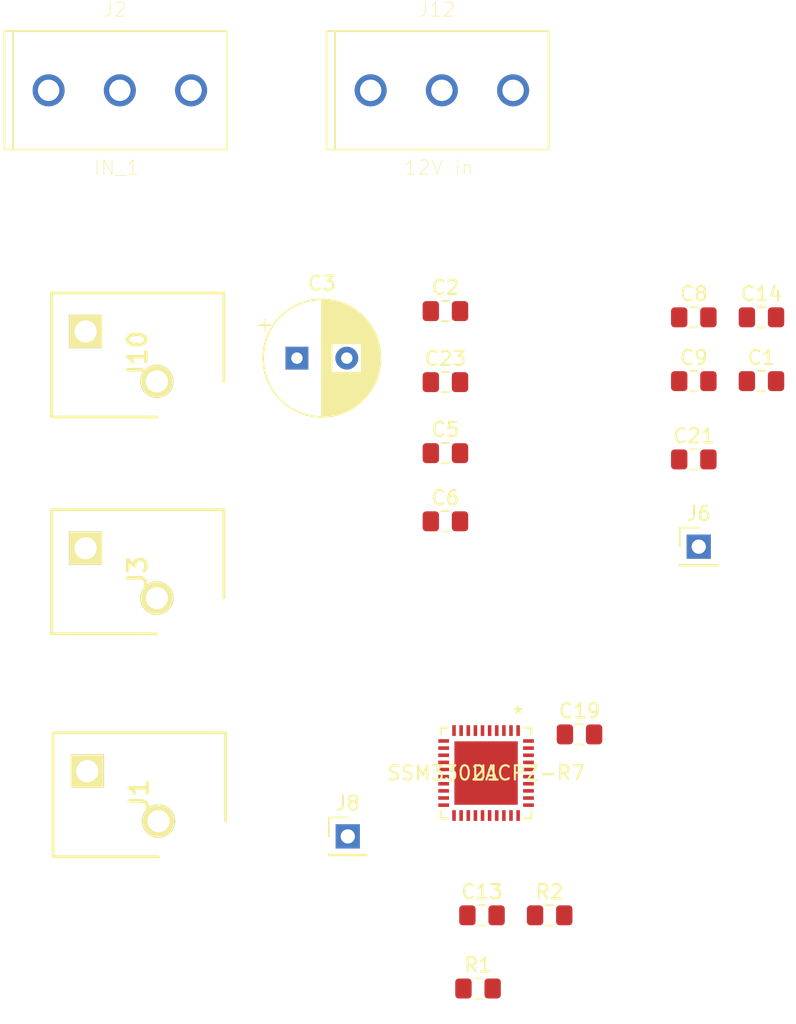
<source format=kicad_pcb>
(kicad_pcb (version 20171130) (host pcbnew "(5.1.4)-1")

  (general
    (thickness 1.6)
    (drawings 0)
    (tracks 0)
    (zones 0)
    (modules 22)
    (nets 27)
  )

  (page A4)
  (layers
    (0 F.Cu signal)
    (31 B.Cu signal)
    (32 B.Adhes user)
    (33 F.Adhes user)
    (34 B.Paste user)
    (35 F.Paste user)
    (36 B.SilkS user)
    (37 F.SilkS user)
    (38 B.Mask user)
    (39 F.Mask user)
    (40 Dwgs.User user)
    (41 Cmts.User user)
    (42 Eco1.User user)
    (43 Eco2.User user)
    (44 Edge.Cuts user)
    (45 Margin user)
    (46 B.CrtYd user)
    (47 F.CrtYd user)
    (48 B.Fab user)
    (49 F.Fab user)
  )

  (setup
    (last_trace_width 0.25)
    (trace_clearance 0.2)
    (zone_clearance 0.508)
    (zone_45_only no)
    (trace_min 0.2)
    (via_size 0.8)
    (via_drill 0.4)
    (via_min_size 0.4)
    (via_min_drill 0.3)
    (uvia_size 0.3)
    (uvia_drill 0.1)
    (uvias_allowed no)
    (uvia_min_size 0.2)
    (uvia_min_drill 0.1)
    (edge_width 0.05)
    (segment_width 0.2)
    (pcb_text_width 0.3)
    (pcb_text_size 1.5 1.5)
    (mod_edge_width 0.12)
    (mod_text_size 1 1)
    (mod_text_width 0.15)
    (pad_size 1.524 1.524)
    (pad_drill 0.762)
    (pad_to_mask_clearance 0.051)
    (solder_mask_min_width 0.25)
    (aux_axis_origin 0 0)
    (visible_elements 7FFFFFFF)
    (pcbplotparams
      (layerselection 0x010fc_ffffffff)
      (usegerberextensions false)
      (usegerberattributes false)
      (usegerberadvancedattributes false)
      (creategerberjobfile false)
      (excludeedgelayer true)
      (linewidth 0.100000)
      (plotframeref false)
      (viasonmask false)
      (mode 1)
      (useauxorigin false)
      (hpglpennumber 1)
      (hpglpenspeed 20)
      (hpglpendiameter 15.000000)
      (psnegative false)
      (psa4output false)
      (plotreference true)
      (plotvalue true)
      (plotinvisibletext false)
      (padsonsilk false)
      (subtractmaskfromsilk false)
      (outputformat 1)
      (mirror false)
      (drillshape 1)
      (scaleselection 1)
      (outputdirectory ""))
  )

  (net 0 "")
  (net 1 GND)
  (net 2 "Net-(C14-Pad1)")
  (net 3 +12V)
  (net 4 "Net-(J1-Pad2)")
  (net 5 "Net-(R2-Pad1)")
  (net 6 "Net-(C6-Pad2)")
  (net 7 "Net-(C6-Pad1)")
  (net 8 +5V)
  (net 9 "Net-(J8-Pad1)")
  (net 10 "Net-(C1-Pad1)")
  (net 11 "Net-(C2-Pad1)")
  (net 12 "Net-(C5-Pad2)")
  (net 13 "Net-(C5-Pad1)")
  (net 14 "Net-(C8-Pad2)")
  (net 15 "Net-(C8-Pad1)")
  (net 16 "Net-(C9-Pad2)")
  (net 17 "Net-(C9-Pad1)")
  (net 18 "Net-(C13-Pad2)")
  (net 19 "Net-(C13-Pad1)")
  (net 20 "Net-(C14-Pad2)")
  (net 21 "Net-(J1-Pad1)")
  (net 22 "Net-(J6-Pad1)")
  (net 23 "Net-(R1-Pad1)")
  (net 24 /AMP_PWR)
  (net 25 "Net-(U1-Pad18)")
  (net 26 "Net-(U1-Pad13)")

  (net_class Default "This is the default net class."
    (clearance 0.2)
    (trace_width 0.25)
    (via_dia 0.8)
    (via_drill 0.4)
    (uvia_dia 0.3)
    (uvia_drill 0.1)
    (add_net +12V)
    (add_net +5V)
    (add_net /AMP_PWR)
    (add_net GND)
    (add_net "Net-(C1-Pad1)")
    (add_net "Net-(C13-Pad1)")
    (add_net "Net-(C13-Pad2)")
    (add_net "Net-(C14-Pad1)")
    (add_net "Net-(C14-Pad2)")
    (add_net "Net-(C2-Pad1)")
    (add_net "Net-(C5-Pad1)")
    (add_net "Net-(C5-Pad2)")
    (add_net "Net-(C6-Pad1)")
    (add_net "Net-(C6-Pad2)")
    (add_net "Net-(C8-Pad1)")
    (add_net "Net-(C8-Pad2)")
    (add_net "Net-(C9-Pad1)")
    (add_net "Net-(C9-Pad2)")
    (add_net "Net-(J1-Pad1)")
    (add_net "Net-(J1-Pad2)")
    (add_net "Net-(J6-Pad1)")
    (add_net "Net-(J8-Pad1)")
    (add_net "Net-(R1-Pad1)")
    (add_net "Net-(R2-Pad1)")
    (add_net "Net-(U1-Pad13)")
    (add_net "Net-(U1-Pad18)")
  )

  (module Capacitor_THT:CP_Radial_D8.0mm_P3.50mm (layer F.Cu) (tedit 5AE50EF0) (tstamp 5DDF1B9C)
    (at 28.941001 41.387001)
    (descr "CP, Radial series, Radial, pin pitch=3.50mm, , diameter=8mm, Electrolytic Capacitor")
    (tags "CP Radial series Radial pin pitch 3.50mm  diameter 8mm Electrolytic Capacitor")
    (path /5DEC9D4F)
    (fp_text reference C3 (at 1.75 -5.25) (layer F.SilkS)
      (effects (font (size 1 1) (thickness 0.15)))
    )
    (fp_text value 470uF (at 1.75 5.25) (layer F.Fab)
      (effects (font (size 1 1) (thickness 0.15)))
    )
    (fp_text user %R (at 1.75 0) (layer F.Fab)
      (effects (font (size 1 1) (thickness 0.15)))
    )
    (fp_line (start -2.259698 -2.715) (end -2.259698 -1.915) (layer F.SilkS) (width 0.12))
    (fp_line (start -2.659698 -2.315) (end -1.859698 -2.315) (layer F.SilkS) (width 0.12))
    (fp_line (start 5.831 -0.533) (end 5.831 0.533) (layer F.SilkS) (width 0.12))
    (fp_line (start 5.791 -0.768) (end 5.791 0.768) (layer F.SilkS) (width 0.12))
    (fp_line (start 5.751 -0.948) (end 5.751 0.948) (layer F.SilkS) (width 0.12))
    (fp_line (start 5.711 -1.098) (end 5.711 1.098) (layer F.SilkS) (width 0.12))
    (fp_line (start 5.671 -1.229) (end 5.671 1.229) (layer F.SilkS) (width 0.12))
    (fp_line (start 5.631 -1.346) (end 5.631 1.346) (layer F.SilkS) (width 0.12))
    (fp_line (start 5.591 -1.453) (end 5.591 1.453) (layer F.SilkS) (width 0.12))
    (fp_line (start 5.551 -1.552) (end 5.551 1.552) (layer F.SilkS) (width 0.12))
    (fp_line (start 5.511 -1.645) (end 5.511 1.645) (layer F.SilkS) (width 0.12))
    (fp_line (start 5.471 -1.731) (end 5.471 1.731) (layer F.SilkS) (width 0.12))
    (fp_line (start 5.431 -1.813) (end 5.431 1.813) (layer F.SilkS) (width 0.12))
    (fp_line (start 5.391 -1.89) (end 5.391 1.89) (layer F.SilkS) (width 0.12))
    (fp_line (start 5.351 -1.964) (end 5.351 1.964) (layer F.SilkS) (width 0.12))
    (fp_line (start 5.311 -2.034) (end 5.311 2.034) (layer F.SilkS) (width 0.12))
    (fp_line (start 5.271 -2.102) (end 5.271 2.102) (layer F.SilkS) (width 0.12))
    (fp_line (start 5.231 -2.166) (end 5.231 2.166) (layer F.SilkS) (width 0.12))
    (fp_line (start 5.191 -2.228) (end 5.191 2.228) (layer F.SilkS) (width 0.12))
    (fp_line (start 5.151 -2.287) (end 5.151 2.287) (layer F.SilkS) (width 0.12))
    (fp_line (start 5.111 -2.345) (end 5.111 2.345) (layer F.SilkS) (width 0.12))
    (fp_line (start 5.071 -2.4) (end 5.071 2.4) (layer F.SilkS) (width 0.12))
    (fp_line (start 5.031 -2.454) (end 5.031 2.454) (layer F.SilkS) (width 0.12))
    (fp_line (start 4.991 -2.505) (end 4.991 2.505) (layer F.SilkS) (width 0.12))
    (fp_line (start 4.951 -2.556) (end 4.951 2.556) (layer F.SilkS) (width 0.12))
    (fp_line (start 4.911 -2.604) (end 4.911 2.604) (layer F.SilkS) (width 0.12))
    (fp_line (start 4.871 -2.651) (end 4.871 2.651) (layer F.SilkS) (width 0.12))
    (fp_line (start 4.831 -2.697) (end 4.831 2.697) (layer F.SilkS) (width 0.12))
    (fp_line (start 4.791 -2.741) (end 4.791 2.741) (layer F.SilkS) (width 0.12))
    (fp_line (start 4.751 -2.784) (end 4.751 2.784) (layer F.SilkS) (width 0.12))
    (fp_line (start 4.711 -2.826) (end 4.711 2.826) (layer F.SilkS) (width 0.12))
    (fp_line (start 4.671 -2.867) (end 4.671 2.867) (layer F.SilkS) (width 0.12))
    (fp_line (start 4.631 -2.907) (end 4.631 2.907) (layer F.SilkS) (width 0.12))
    (fp_line (start 4.591 -2.945) (end 4.591 2.945) (layer F.SilkS) (width 0.12))
    (fp_line (start 4.551 -2.983) (end 4.551 2.983) (layer F.SilkS) (width 0.12))
    (fp_line (start 4.511 1.04) (end 4.511 3.019) (layer F.SilkS) (width 0.12))
    (fp_line (start 4.511 -3.019) (end 4.511 -1.04) (layer F.SilkS) (width 0.12))
    (fp_line (start 4.471 1.04) (end 4.471 3.055) (layer F.SilkS) (width 0.12))
    (fp_line (start 4.471 -3.055) (end 4.471 -1.04) (layer F.SilkS) (width 0.12))
    (fp_line (start 4.431 1.04) (end 4.431 3.09) (layer F.SilkS) (width 0.12))
    (fp_line (start 4.431 -3.09) (end 4.431 -1.04) (layer F.SilkS) (width 0.12))
    (fp_line (start 4.391 1.04) (end 4.391 3.124) (layer F.SilkS) (width 0.12))
    (fp_line (start 4.391 -3.124) (end 4.391 -1.04) (layer F.SilkS) (width 0.12))
    (fp_line (start 4.351 1.04) (end 4.351 3.156) (layer F.SilkS) (width 0.12))
    (fp_line (start 4.351 -3.156) (end 4.351 -1.04) (layer F.SilkS) (width 0.12))
    (fp_line (start 4.311 1.04) (end 4.311 3.189) (layer F.SilkS) (width 0.12))
    (fp_line (start 4.311 -3.189) (end 4.311 -1.04) (layer F.SilkS) (width 0.12))
    (fp_line (start 4.271 1.04) (end 4.271 3.22) (layer F.SilkS) (width 0.12))
    (fp_line (start 4.271 -3.22) (end 4.271 -1.04) (layer F.SilkS) (width 0.12))
    (fp_line (start 4.231 1.04) (end 4.231 3.25) (layer F.SilkS) (width 0.12))
    (fp_line (start 4.231 -3.25) (end 4.231 -1.04) (layer F.SilkS) (width 0.12))
    (fp_line (start 4.191 1.04) (end 4.191 3.28) (layer F.SilkS) (width 0.12))
    (fp_line (start 4.191 -3.28) (end 4.191 -1.04) (layer F.SilkS) (width 0.12))
    (fp_line (start 4.151 1.04) (end 4.151 3.309) (layer F.SilkS) (width 0.12))
    (fp_line (start 4.151 -3.309) (end 4.151 -1.04) (layer F.SilkS) (width 0.12))
    (fp_line (start 4.111 1.04) (end 4.111 3.338) (layer F.SilkS) (width 0.12))
    (fp_line (start 4.111 -3.338) (end 4.111 -1.04) (layer F.SilkS) (width 0.12))
    (fp_line (start 4.071 1.04) (end 4.071 3.365) (layer F.SilkS) (width 0.12))
    (fp_line (start 4.071 -3.365) (end 4.071 -1.04) (layer F.SilkS) (width 0.12))
    (fp_line (start 4.031 1.04) (end 4.031 3.392) (layer F.SilkS) (width 0.12))
    (fp_line (start 4.031 -3.392) (end 4.031 -1.04) (layer F.SilkS) (width 0.12))
    (fp_line (start 3.991 1.04) (end 3.991 3.418) (layer F.SilkS) (width 0.12))
    (fp_line (start 3.991 -3.418) (end 3.991 -1.04) (layer F.SilkS) (width 0.12))
    (fp_line (start 3.951 1.04) (end 3.951 3.444) (layer F.SilkS) (width 0.12))
    (fp_line (start 3.951 -3.444) (end 3.951 -1.04) (layer F.SilkS) (width 0.12))
    (fp_line (start 3.911 1.04) (end 3.911 3.469) (layer F.SilkS) (width 0.12))
    (fp_line (start 3.911 -3.469) (end 3.911 -1.04) (layer F.SilkS) (width 0.12))
    (fp_line (start 3.871 1.04) (end 3.871 3.493) (layer F.SilkS) (width 0.12))
    (fp_line (start 3.871 -3.493) (end 3.871 -1.04) (layer F.SilkS) (width 0.12))
    (fp_line (start 3.831 1.04) (end 3.831 3.517) (layer F.SilkS) (width 0.12))
    (fp_line (start 3.831 -3.517) (end 3.831 -1.04) (layer F.SilkS) (width 0.12))
    (fp_line (start 3.791 1.04) (end 3.791 3.54) (layer F.SilkS) (width 0.12))
    (fp_line (start 3.791 -3.54) (end 3.791 -1.04) (layer F.SilkS) (width 0.12))
    (fp_line (start 3.751 1.04) (end 3.751 3.562) (layer F.SilkS) (width 0.12))
    (fp_line (start 3.751 -3.562) (end 3.751 -1.04) (layer F.SilkS) (width 0.12))
    (fp_line (start 3.711 1.04) (end 3.711 3.584) (layer F.SilkS) (width 0.12))
    (fp_line (start 3.711 -3.584) (end 3.711 -1.04) (layer F.SilkS) (width 0.12))
    (fp_line (start 3.671 1.04) (end 3.671 3.606) (layer F.SilkS) (width 0.12))
    (fp_line (start 3.671 -3.606) (end 3.671 -1.04) (layer F.SilkS) (width 0.12))
    (fp_line (start 3.631 1.04) (end 3.631 3.627) (layer F.SilkS) (width 0.12))
    (fp_line (start 3.631 -3.627) (end 3.631 -1.04) (layer F.SilkS) (width 0.12))
    (fp_line (start 3.591 1.04) (end 3.591 3.647) (layer F.SilkS) (width 0.12))
    (fp_line (start 3.591 -3.647) (end 3.591 -1.04) (layer F.SilkS) (width 0.12))
    (fp_line (start 3.551 1.04) (end 3.551 3.666) (layer F.SilkS) (width 0.12))
    (fp_line (start 3.551 -3.666) (end 3.551 -1.04) (layer F.SilkS) (width 0.12))
    (fp_line (start 3.511 1.04) (end 3.511 3.686) (layer F.SilkS) (width 0.12))
    (fp_line (start 3.511 -3.686) (end 3.511 -1.04) (layer F.SilkS) (width 0.12))
    (fp_line (start 3.471 1.04) (end 3.471 3.704) (layer F.SilkS) (width 0.12))
    (fp_line (start 3.471 -3.704) (end 3.471 -1.04) (layer F.SilkS) (width 0.12))
    (fp_line (start 3.431 1.04) (end 3.431 3.722) (layer F.SilkS) (width 0.12))
    (fp_line (start 3.431 -3.722) (end 3.431 -1.04) (layer F.SilkS) (width 0.12))
    (fp_line (start 3.391 1.04) (end 3.391 3.74) (layer F.SilkS) (width 0.12))
    (fp_line (start 3.391 -3.74) (end 3.391 -1.04) (layer F.SilkS) (width 0.12))
    (fp_line (start 3.351 1.04) (end 3.351 3.757) (layer F.SilkS) (width 0.12))
    (fp_line (start 3.351 -3.757) (end 3.351 -1.04) (layer F.SilkS) (width 0.12))
    (fp_line (start 3.311 1.04) (end 3.311 3.774) (layer F.SilkS) (width 0.12))
    (fp_line (start 3.311 -3.774) (end 3.311 -1.04) (layer F.SilkS) (width 0.12))
    (fp_line (start 3.271 1.04) (end 3.271 3.79) (layer F.SilkS) (width 0.12))
    (fp_line (start 3.271 -3.79) (end 3.271 -1.04) (layer F.SilkS) (width 0.12))
    (fp_line (start 3.231 1.04) (end 3.231 3.805) (layer F.SilkS) (width 0.12))
    (fp_line (start 3.231 -3.805) (end 3.231 -1.04) (layer F.SilkS) (width 0.12))
    (fp_line (start 3.191 1.04) (end 3.191 3.821) (layer F.SilkS) (width 0.12))
    (fp_line (start 3.191 -3.821) (end 3.191 -1.04) (layer F.SilkS) (width 0.12))
    (fp_line (start 3.151 1.04) (end 3.151 3.835) (layer F.SilkS) (width 0.12))
    (fp_line (start 3.151 -3.835) (end 3.151 -1.04) (layer F.SilkS) (width 0.12))
    (fp_line (start 3.111 1.04) (end 3.111 3.85) (layer F.SilkS) (width 0.12))
    (fp_line (start 3.111 -3.85) (end 3.111 -1.04) (layer F.SilkS) (width 0.12))
    (fp_line (start 3.071 1.04) (end 3.071 3.863) (layer F.SilkS) (width 0.12))
    (fp_line (start 3.071 -3.863) (end 3.071 -1.04) (layer F.SilkS) (width 0.12))
    (fp_line (start 3.031 1.04) (end 3.031 3.877) (layer F.SilkS) (width 0.12))
    (fp_line (start 3.031 -3.877) (end 3.031 -1.04) (layer F.SilkS) (width 0.12))
    (fp_line (start 2.991 1.04) (end 2.991 3.889) (layer F.SilkS) (width 0.12))
    (fp_line (start 2.991 -3.889) (end 2.991 -1.04) (layer F.SilkS) (width 0.12))
    (fp_line (start 2.951 1.04) (end 2.951 3.902) (layer F.SilkS) (width 0.12))
    (fp_line (start 2.951 -3.902) (end 2.951 -1.04) (layer F.SilkS) (width 0.12))
    (fp_line (start 2.911 1.04) (end 2.911 3.914) (layer F.SilkS) (width 0.12))
    (fp_line (start 2.911 -3.914) (end 2.911 -1.04) (layer F.SilkS) (width 0.12))
    (fp_line (start 2.871 1.04) (end 2.871 3.925) (layer F.SilkS) (width 0.12))
    (fp_line (start 2.871 -3.925) (end 2.871 -1.04) (layer F.SilkS) (width 0.12))
    (fp_line (start 2.831 1.04) (end 2.831 3.936) (layer F.SilkS) (width 0.12))
    (fp_line (start 2.831 -3.936) (end 2.831 -1.04) (layer F.SilkS) (width 0.12))
    (fp_line (start 2.791 1.04) (end 2.791 3.947) (layer F.SilkS) (width 0.12))
    (fp_line (start 2.791 -3.947) (end 2.791 -1.04) (layer F.SilkS) (width 0.12))
    (fp_line (start 2.751 1.04) (end 2.751 3.957) (layer F.SilkS) (width 0.12))
    (fp_line (start 2.751 -3.957) (end 2.751 -1.04) (layer F.SilkS) (width 0.12))
    (fp_line (start 2.711 1.04) (end 2.711 3.967) (layer F.SilkS) (width 0.12))
    (fp_line (start 2.711 -3.967) (end 2.711 -1.04) (layer F.SilkS) (width 0.12))
    (fp_line (start 2.671 1.04) (end 2.671 3.976) (layer F.SilkS) (width 0.12))
    (fp_line (start 2.671 -3.976) (end 2.671 -1.04) (layer F.SilkS) (width 0.12))
    (fp_line (start 2.631 1.04) (end 2.631 3.985) (layer F.SilkS) (width 0.12))
    (fp_line (start 2.631 -3.985) (end 2.631 -1.04) (layer F.SilkS) (width 0.12))
    (fp_line (start 2.591 1.04) (end 2.591 3.994) (layer F.SilkS) (width 0.12))
    (fp_line (start 2.591 -3.994) (end 2.591 -1.04) (layer F.SilkS) (width 0.12))
    (fp_line (start 2.551 1.04) (end 2.551 4.002) (layer F.SilkS) (width 0.12))
    (fp_line (start 2.551 -4.002) (end 2.551 -1.04) (layer F.SilkS) (width 0.12))
    (fp_line (start 2.511 1.04) (end 2.511 4.01) (layer F.SilkS) (width 0.12))
    (fp_line (start 2.511 -4.01) (end 2.511 -1.04) (layer F.SilkS) (width 0.12))
    (fp_line (start 2.471 1.04) (end 2.471 4.017) (layer F.SilkS) (width 0.12))
    (fp_line (start 2.471 -4.017) (end 2.471 -1.04) (layer F.SilkS) (width 0.12))
    (fp_line (start 2.43 -4.024) (end 2.43 4.024) (layer F.SilkS) (width 0.12))
    (fp_line (start 2.39 -4.03) (end 2.39 4.03) (layer F.SilkS) (width 0.12))
    (fp_line (start 2.35 -4.037) (end 2.35 4.037) (layer F.SilkS) (width 0.12))
    (fp_line (start 2.31 -4.042) (end 2.31 4.042) (layer F.SilkS) (width 0.12))
    (fp_line (start 2.27 -4.048) (end 2.27 4.048) (layer F.SilkS) (width 0.12))
    (fp_line (start 2.23 -4.052) (end 2.23 4.052) (layer F.SilkS) (width 0.12))
    (fp_line (start 2.19 -4.057) (end 2.19 4.057) (layer F.SilkS) (width 0.12))
    (fp_line (start 2.15 -4.061) (end 2.15 4.061) (layer F.SilkS) (width 0.12))
    (fp_line (start 2.11 -4.065) (end 2.11 4.065) (layer F.SilkS) (width 0.12))
    (fp_line (start 2.07 -4.068) (end 2.07 4.068) (layer F.SilkS) (width 0.12))
    (fp_line (start 2.03 -4.071) (end 2.03 4.071) (layer F.SilkS) (width 0.12))
    (fp_line (start 1.99 -4.074) (end 1.99 4.074) (layer F.SilkS) (width 0.12))
    (fp_line (start 1.95 -4.076) (end 1.95 4.076) (layer F.SilkS) (width 0.12))
    (fp_line (start 1.91 -4.077) (end 1.91 4.077) (layer F.SilkS) (width 0.12))
    (fp_line (start 1.87 -4.079) (end 1.87 4.079) (layer F.SilkS) (width 0.12))
    (fp_line (start 1.83 -4.08) (end 1.83 4.08) (layer F.SilkS) (width 0.12))
    (fp_line (start 1.79 -4.08) (end 1.79 4.08) (layer F.SilkS) (width 0.12))
    (fp_line (start 1.75 -4.08) (end 1.75 4.08) (layer F.SilkS) (width 0.12))
    (fp_line (start -1.276759 -2.1475) (end -1.276759 -1.3475) (layer F.Fab) (width 0.1))
    (fp_line (start -1.676759 -1.7475) (end -0.876759 -1.7475) (layer F.Fab) (width 0.1))
    (fp_circle (center 1.75 0) (end 6 0) (layer F.CrtYd) (width 0.05))
    (fp_circle (center 1.75 0) (end 5.87 0) (layer F.SilkS) (width 0.12))
    (fp_circle (center 1.75 0) (end 5.75 0) (layer F.Fab) (width 0.1))
    (pad 2 thru_hole circle (at 3.5 0) (size 1.6 1.6) (drill 0.8) (layers *.Cu *.Mask)
      (net 1 GND))
    (pad 1 thru_hole rect (at 0 0) (size 1.6 1.6) (drill 0.8) (layers *.Cu *.Mask)
      (net 3 +12V))
    (model ${KISYS3DMOD}/Capacitor_THT.3dshapes/CP_Radial_D8.0mm_P3.50mm.wrl
      (at (xyz 0 0 0))
      (scale (xyz 1 1 1))
      (rotate (xyz 0 0 0))
    )
  )

  (module SSM3302:SSM3302ACPZ-R7 (layer F.Cu) (tedit 0) (tstamp 5DDF1DEB)
    (at 42.219002 70.487002)
    (path /5DE38D74)
    (fp_text reference U1 (at 0 0) (layer F.SilkS)
      (effects (font (size 1 1) (thickness 0.15)))
    )
    (fp_text value SSM3302ACPZ-R7 (at 0 0) (layer F.SilkS)
      (effects (font (size 1 1) (thickness 0.15)))
    )
    (fp_line (start -2.6286 3.304) (end -3.304 3.304) (layer F.CrtYd) (width 0.1524))
    (fp_line (start -2.6286 3.608801) (end -2.6286 3.304) (layer F.CrtYd) (width 0.1524))
    (fp_line (start 2.6286 3.608801) (end -2.6286 3.608801) (layer F.CrtYd) (width 0.1524))
    (fp_line (start 2.6286 3.304) (end 2.6286 3.608801) (layer F.CrtYd) (width 0.1524))
    (fp_line (start 3.304 3.304) (end 2.6286 3.304) (layer F.CrtYd) (width 0.1524))
    (fp_line (start 3.304 2.6286) (end 3.304 3.304) (layer F.CrtYd) (width 0.1524))
    (fp_line (start 3.608801 2.6286) (end 3.304 2.6286) (layer F.CrtYd) (width 0.1524))
    (fp_line (start 3.608801 -2.6286) (end 3.608801 2.6286) (layer F.CrtYd) (width 0.1524))
    (fp_line (start 3.304 -2.6286) (end 3.608801 -2.6286) (layer F.CrtYd) (width 0.1524))
    (fp_line (start 3.304 -3.304) (end 3.304 -2.6286) (layer F.CrtYd) (width 0.1524))
    (fp_line (start 2.6286 -3.304) (end 3.304 -3.304) (layer F.CrtYd) (width 0.1524))
    (fp_line (start 2.6286 -3.608801) (end 2.6286 -3.304) (layer F.CrtYd) (width 0.1524))
    (fp_line (start -2.6286 -3.608801) (end 2.6286 -3.608801) (layer F.CrtYd) (width 0.1524))
    (fp_line (start -2.6286 -3.304) (end -2.6286 -3.608801) (layer F.CrtYd) (width 0.1524))
    (fp_line (start -3.304 -3.304) (end -2.6286 -3.304) (layer F.CrtYd) (width 0.1524))
    (fp_line (start -3.304 -2.6286) (end -3.304 -3.304) (layer F.CrtYd) (width 0.1524))
    (fp_line (start -3.608801 -2.6286) (end -3.304 -2.6286) (layer F.CrtYd) (width 0.1524))
    (fp_line (start -3.608801 2.6286) (end -3.608801 -2.6286) (layer F.CrtYd) (width 0.1524))
    (fp_line (start -3.304 2.6286) (end -3.608801 2.6286) (layer F.CrtYd) (width 0.1524))
    (fp_line (start -3.304 3.304) (end -3.304 2.6286) (layer F.CrtYd) (width 0.1524))
    (fp_line (start 2.125001 0.841667) (end 0.841667 0.841667) (layer Dwgs.User) (width 0.1524))
    (fp_line (start 2.125001 2.125001) (end 2.125001 0.841667) (layer Dwgs.User) (width 0.1524))
    (fp_line (start 0.841667 2.125001) (end 2.125001 2.125001) (layer Dwgs.User) (width 0.1524))
    (fp_line (start 0.841667 0.841667) (end 0.841667 2.125001) (layer Dwgs.User) (width 0.1524))
    (fp_line (start 2.125001 -0.641667) (end 0.841667 -0.641667) (layer Dwgs.User) (width 0.1524))
    (fp_line (start 2.125001 0.641667) (end 2.125001 -0.641667) (layer Dwgs.User) (width 0.1524))
    (fp_line (start 0.841667 0.641667) (end 2.125001 0.641667) (layer Dwgs.User) (width 0.1524))
    (fp_line (start 0.841667 -0.641667) (end 0.841667 0.641667) (layer Dwgs.User) (width 0.1524))
    (fp_line (start 2.125001 -2.125001) (end 0.841667 -2.125001) (layer Dwgs.User) (width 0.1524))
    (fp_line (start 2.125001 -0.841667) (end 2.125001 -2.125001) (layer Dwgs.User) (width 0.1524))
    (fp_line (start 0.841667 -0.841667) (end 2.125001 -0.841667) (layer Dwgs.User) (width 0.1524))
    (fp_line (start 0.841667 -2.125001) (end 0.841667 -0.841667) (layer Dwgs.User) (width 0.1524))
    (fp_line (start 0.641667 0.841667) (end -0.641667 0.841667) (layer Dwgs.User) (width 0.1524))
    (fp_line (start 0.641667 2.125001) (end 0.641667 0.841667) (layer Dwgs.User) (width 0.1524))
    (fp_line (start -0.641667 2.125001) (end 0.641667 2.125001) (layer Dwgs.User) (width 0.1524))
    (fp_line (start -0.641667 0.841667) (end -0.641667 2.125001) (layer Dwgs.User) (width 0.1524))
    (fp_line (start 0.641667 -0.641667) (end -0.641667 -0.641667) (layer Dwgs.User) (width 0.1524))
    (fp_line (start 0.641667 0.641667) (end 0.641667 -0.641667) (layer Dwgs.User) (width 0.1524))
    (fp_line (start -0.641667 0.641667) (end 0.641667 0.641667) (layer Dwgs.User) (width 0.1524))
    (fp_line (start -0.641667 -0.641667) (end -0.641667 0.641667) (layer Dwgs.User) (width 0.1524))
    (fp_line (start 0.641667 -2.125001) (end -0.641667 -2.125001) (layer Dwgs.User) (width 0.1524))
    (fp_line (start 0.641667 -0.841667) (end 0.641667 -2.125001) (layer Dwgs.User) (width 0.1524))
    (fp_line (start -0.641667 -0.841667) (end 0.641667 -0.841667) (layer Dwgs.User) (width 0.1524))
    (fp_line (start -0.641667 -2.125001) (end -0.641667 -0.841667) (layer Dwgs.User) (width 0.1524))
    (fp_line (start -0.841667 0.841667) (end -2.125001 0.841667) (layer Dwgs.User) (width 0.1524))
    (fp_line (start -0.841667 2.125001) (end -0.841667 0.841667) (layer Dwgs.User) (width 0.1524))
    (fp_line (start -2.125001 2.125001) (end -0.841667 2.125001) (layer Dwgs.User) (width 0.1524))
    (fp_line (start -2.125001 0.841667) (end -2.125001 2.125001) (layer Dwgs.User) (width 0.1524))
    (fp_line (start -0.841667 -0.641667) (end -2.125001 -0.641667) (layer Dwgs.User) (width 0.1524))
    (fp_line (start -0.841667 0.641667) (end -0.841667 -0.641667) (layer Dwgs.User) (width 0.1524))
    (fp_line (start -2.125001 0.641667) (end -0.841667 0.641667) (layer Dwgs.User) (width 0.1524))
    (fp_line (start -2.125001 -0.641667) (end -2.125001 0.641667) (layer Dwgs.User) (width 0.1524))
    (fp_line (start -0.841667 -2.125001) (end -2.125001 -2.125001) (layer Dwgs.User) (width 0.1524))
    (fp_line (start -0.841667 -0.841667) (end -0.841667 -2.125001) (layer Dwgs.User) (width 0.1524))
    (fp_line (start -2.125001 -0.841667) (end -0.841667 -0.841667) (layer Dwgs.User) (width 0.1524))
    (fp_line (start -2.125001 -2.125001) (end -2.125001 -0.841667) (layer Dwgs.User) (width 0.1524))
    (fp_line (start 3.177001 -2.707341) (end 3.177001 -3.177001) (layer F.SilkS) (width 0.1524))
    (fp_line (start 2.707341 3.177001) (end 3.177001 3.177001) (layer F.SilkS) (width 0.1524))
    (fp_line (start -3.177001 2.707341) (end -3.177001 3.177001) (layer F.SilkS) (width 0.1524))
    (fp_line (start -2.707341 -3.177001) (end -3.177001 -3.177001) (layer F.SilkS) (width 0.1524))
    (fp_line (start -3.050001 -3.050001) (end -3.050001 3.050001) (layer F.Fab) (width 0.1524))
    (fp_line (start 3.050001 -3.050001) (end -3.050001 -3.050001) (layer F.Fab) (width 0.1524))
    (fp_line (start 3.050001 3.050001) (end 3.050001 -3.050001) (layer F.Fab) (width 0.1524))
    (fp_line (start -3.050001 3.050001) (end 3.050001 3.050001) (layer F.Fab) (width 0.1524))
    (fp_line (start -3.177001 -3.177001) (end -3.177001 -2.707341) (layer F.SilkS) (width 0.1524))
    (fp_line (start 3.177001 -3.177001) (end 2.707341 -3.177001) (layer F.SilkS) (width 0.1524))
    (fp_line (start 3.177001 3.177001) (end 3.177001 2.707341) (layer F.SilkS) (width 0.1524))
    (fp_line (start -3.177001 3.177001) (end -2.707341 3.177001) (layer F.SilkS) (width 0.1524))
    (fp_line (start 3.050001 -2.4) (end 3.050001 -2.4) (layer F.Fab) (width 0.1524))
    (fp_line (start 3.050001 -2.1) (end 3.050001 -2.4) (layer F.Fab) (width 0.1524))
    (fp_line (start 3.050001 -2.1) (end 3.050001 -2.1) (layer F.Fab) (width 0.1524))
    (fp_line (start 3.050001 -2.4) (end 3.050001 -2.1) (layer F.Fab) (width 0.1524))
    (fp_line (start 3.050001 -1.9) (end 3.050001 -1.9) (layer F.Fab) (width 0.1524))
    (fp_line (start 3.050001 -1.6) (end 3.050001 -1.9) (layer F.Fab) (width 0.1524))
    (fp_line (start 3.050001 -1.6) (end 3.050001 -1.6) (layer F.Fab) (width 0.1524))
    (fp_line (start 3.050001 -1.9) (end 3.050001 -1.6) (layer F.Fab) (width 0.1524))
    (fp_line (start 3.050001 -1.4) (end 3.050001 -1.4) (layer F.Fab) (width 0.1524))
    (fp_line (start 3.050001 -1.1) (end 3.050001 -1.4) (layer F.Fab) (width 0.1524))
    (fp_line (start 3.050001 -1.1) (end 3.050001 -1.1) (layer F.Fab) (width 0.1524))
    (fp_line (start 3.050001 -1.4) (end 3.050001 -1.1) (layer F.Fab) (width 0.1524))
    (fp_line (start 3.050001 -0.9) (end 3.050001 -0.9) (layer F.Fab) (width 0.1524))
    (fp_line (start 3.050001 -0.6) (end 3.050001 -0.9) (layer F.Fab) (width 0.1524))
    (fp_line (start 3.050001 -0.6) (end 3.050001 -0.6) (layer F.Fab) (width 0.1524))
    (fp_line (start 3.050001 -0.9) (end 3.050001 -0.6) (layer F.Fab) (width 0.1524))
    (fp_line (start 3.050001 -0.4) (end 3.050001 -0.4) (layer F.Fab) (width 0.1524))
    (fp_line (start 3.050001 -0.1) (end 3.050001 -0.4) (layer F.Fab) (width 0.1524))
    (fp_line (start 3.050001 -0.1) (end 3.050001 -0.1) (layer F.Fab) (width 0.1524))
    (fp_line (start 3.050001 -0.4) (end 3.050001 -0.1) (layer F.Fab) (width 0.1524))
    (fp_line (start 3.050001 0.1) (end 3.050001 0.1) (layer F.Fab) (width 0.1524))
    (fp_line (start 3.050001 0.4) (end 3.050001 0.1) (layer F.Fab) (width 0.1524))
    (fp_line (start 3.050001 0.4) (end 3.050001 0.4) (layer F.Fab) (width 0.1524))
    (fp_line (start 3.050001 0.1) (end 3.050001 0.4) (layer F.Fab) (width 0.1524))
    (fp_line (start 3.050001 0.6) (end 3.050001 0.6) (layer F.Fab) (width 0.1524))
    (fp_line (start 3.050001 0.9) (end 3.050001 0.6) (layer F.Fab) (width 0.1524))
    (fp_line (start 3.050001 0.9) (end 3.050001 0.9) (layer F.Fab) (width 0.1524))
    (fp_line (start 3.050001 0.6) (end 3.050001 0.9) (layer F.Fab) (width 0.1524))
    (fp_line (start 3.050001 1.1) (end 3.050001 1.1) (layer F.Fab) (width 0.1524))
    (fp_line (start 3.050001 1.4) (end 3.050001 1.1) (layer F.Fab) (width 0.1524))
    (fp_line (start 3.050001 1.4) (end 3.050001 1.4) (layer F.Fab) (width 0.1524))
    (fp_line (start 3.050001 1.1) (end 3.050001 1.4) (layer F.Fab) (width 0.1524))
    (fp_line (start 3.050001 1.6) (end 3.050001 1.6) (layer F.Fab) (width 0.1524))
    (fp_line (start 3.050001 1.9) (end 3.050001 1.6) (layer F.Fab) (width 0.1524))
    (fp_line (start 3.050001 1.9) (end 3.050001 1.9) (layer F.Fab) (width 0.1524))
    (fp_line (start 3.050001 1.6) (end 3.050001 1.9) (layer F.Fab) (width 0.1524))
    (fp_line (start 3.050001 2.1) (end 3.050001 2.1) (layer F.Fab) (width 0.1524))
    (fp_line (start 3.050001 2.4) (end 3.050001 2.1) (layer F.Fab) (width 0.1524))
    (fp_line (start 3.050001 2.4) (end 3.050001 2.4) (layer F.Fab) (width 0.1524))
    (fp_line (start 3.050001 2.1) (end 3.050001 2.4) (layer F.Fab) (width 0.1524))
    (fp_line (start 2.4 3.050001) (end 2.4 3.050001) (layer F.Fab) (width 0.1524))
    (fp_line (start 2.1 3.050001) (end 2.4 3.050001) (layer F.Fab) (width 0.1524))
    (fp_line (start 2.1 3.050001) (end 2.1 3.050001) (layer F.Fab) (width 0.1524))
    (fp_line (start 2.4 3.050001) (end 2.1 3.050001) (layer F.Fab) (width 0.1524))
    (fp_line (start 1.9 3.050001) (end 1.9 3.050001) (layer F.Fab) (width 0.1524))
    (fp_line (start 1.6 3.050001) (end 1.9 3.050001) (layer F.Fab) (width 0.1524))
    (fp_line (start 1.6 3.050001) (end 1.6 3.050001) (layer F.Fab) (width 0.1524))
    (fp_line (start 1.9 3.050001) (end 1.6 3.050001) (layer F.Fab) (width 0.1524))
    (fp_line (start 1.4 3.050001) (end 1.4 3.050001) (layer F.Fab) (width 0.1524))
    (fp_line (start 1.1 3.050001) (end 1.4 3.050001) (layer F.Fab) (width 0.1524))
    (fp_line (start 1.1 3.050001) (end 1.1 3.050001) (layer F.Fab) (width 0.1524))
    (fp_line (start 1.4 3.050001) (end 1.1 3.050001) (layer F.Fab) (width 0.1524))
    (fp_line (start 0.9 3.050001) (end 0.9 3.050001) (layer F.Fab) (width 0.1524))
    (fp_line (start 0.6 3.050001) (end 0.9 3.050001) (layer F.Fab) (width 0.1524))
    (fp_line (start 0.6 3.050001) (end 0.6 3.050001) (layer F.Fab) (width 0.1524))
    (fp_line (start 0.9 3.050001) (end 0.6 3.050001) (layer F.Fab) (width 0.1524))
    (fp_line (start 0.4 3.050001) (end 0.4 3.050001) (layer F.Fab) (width 0.1524))
    (fp_line (start 0.1 3.050001) (end 0.4 3.050001) (layer F.Fab) (width 0.1524))
    (fp_line (start 0.1 3.050001) (end 0.1 3.050001) (layer F.Fab) (width 0.1524))
    (fp_line (start 0.4 3.050001) (end 0.1 3.050001) (layer F.Fab) (width 0.1524))
    (fp_line (start -0.1 3.050001) (end -0.1 3.050001) (layer F.Fab) (width 0.1524))
    (fp_line (start -0.4 3.050001) (end -0.1 3.050001) (layer F.Fab) (width 0.1524))
    (fp_line (start -0.4 3.050001) (end -0.4 3.050001) (layer F.Fab) (width 0.1524))
    (fp_line (start -0.1 3.050001) (end -0.4 3.050001) (layer F.Fab) (width 0.1524))
    (fp_line (start -0.6 3.050001) (end -0.6 3.050001) (layer F.Fab) (width 0.1524))
    (fp_line (start -0.9 3.050001) (end -0.6 3.050001) (layer F.Fab) (width 0.1524))
    (fp_line (start -0.9 3.050001) (end -0.9 3.050001) (layer F.Fab) (width 0.1524))
    (fp_line (start -0.6 3.050001) (end -0.9 3.050001) (layer F.Fab) (width 0.1524))
    (fp_line (start -1.1 3.050001) (end -1.1 3.050001) (layer F.Fab) (width 0.1524))
    (fp_line (start -1.4 3.050001) (end -1.1 3.050001) (layer F.Fab) (width 0.1524))
    (fp_line (start -1.4 3.050001) (end -1.4 3.050001) (layer F.Fab) (width 0.1524))
    (fp_line (start -1.1 3.050001) (end -1.4 3.050001) (layer F.Fab) (width 0.1524))
    (fp_line (start -1.6 3.050001) (end -1.6 3.050001) (layer F.Fab) (width 0.1524))
    (fp_line (start -1.9 3.050001) (end -1.6 3.050001) (layer F.Fab) (width 0.1524))
    (fp_line (start -1.9 3.050001) (end -1.9 3.050001) (layer F.Fab) (width 0.1524))
    (fp_line (start -1.6 3.050001) (end -1.9 3.050001) (layer F.Fab) (width 0.1524))
    (fp_line (start -2.1 3.050001) (end -2.1 3.050001) (layer F.Fab) (width 0.1524))
    (fp_line (start -2.4 3.050001) (end -2.1 3.050001) (layer F.Fab) (width 0.1524))
    (fp_line (start -2.4 3.050001) (end -2.4 3.050001) (layer F.Fab) (width 0.1524))
    (fp_line (start -2.1 3.050001) (end -2.4 3.050001) (layer F.Fab) (width 0.1524))
    (fp_line (start -3.050001 2.4) (end -3.050001 2.4) (layer F.Fab) (width 0.1524))
    (fp_line (start -3.050001 2.1) (end -3.050001 2.4) (layer F.Fab) (width 0.1524))
    (fp_line (start -3.050001 2.1) (end -3.050001 2.1) (layer F.Fab) (width 0.1524))
    (fp_line (start -3.050001 2.4) (end -3.050001 2.1) (layer F.Fab) (width 0.1524))
    (fp_line (start -3.050001 1.9) (end -3.050001 1.9) (layer F.Fab) (width 0.1524))
    (fp_line (start -3.050001 1.6) (end -3.050001 1.9) (layer F.Fab) (width 0.1524))
    (fp_line (start -3.050001 1.6) (end -3.050001 1.6) (layer F.Fab) (width 0.1524))
    (fp_line (start -3.050001 1.9) (end -3.050001 1.6) (layer F.Fab) (width 0.1524))
    (fp_line (start -3.050001 1.4) (end -3.050001 1.4) (layer F.Fab) (width 0.1524))
    (fp_line (start -3.050001 1.1) (end -3.050001 1.4) (layer F.Fab) (width 0.1524))
    (fp_line (start -3.050001 1.1) (end -3.050001 1.1) (layer F.Fab) (width 0.1524))
    (fp_line (start -3.050001 1.4) (end -3.050001 1.1) (layer F.Fab) (width 0.1524))
    (fp_line (start -3.050001 0.9) (end -3.050001 0.9) (layer F.Fab) (width 0.1524))
    (fp_line (start -3.050001 0.6) (end -3.050001 0.9) (layer F.Fab) (width 0.1524))
    (fp_line (start -3.050001 0.6) (end -3.050001 0.6) (layer F.Fab) (width 0.1524))
    (fp_line (start -3.050001 0.9) (end -3.050001 0.6) (layer F.Fab) (width 0.1524))
    (fp_line (start -3.050001 0.4) (end -3.050001 0.4) (layer F.Fab) (width 0.1524))
    (fp_line (start -3.050001 0.1) (end -3.050001 0.4) (layer F.Fab) (width 0.1524))
    (fp_line (start -3.050001 0.1) (end -3.050001 0.1) (layer F.Fab) (width 0.1524))
    (fp_line (start -3.050001 0.4) (end -3.050001 0.1) (layer F.Fab) (width 0.1524))
    (fp_line (start -3.050001 -0.1) (end -3.050001 -0.1) (layer F.Fab) (width 0.1524))
    (fp_line (start -3.050001 -0.4) (end -3.050001 -0.1) (layer F.Fab) (width 0.1524))
    (fp_line (start -3.050001 -0.4) (end -3.050001 -0.4) (layer F.Fab) (width 0.1524))
    (fp_line (start -3.050001 -0.1) (end -3.050001 -0.4) (layer F.Fab) (width 0.1524))
    (fp_line (start -3.050001 -0.6) (end -3.050001 -0.6) (layer F.Fab) (width 0.1524))
    (fp_line (start -3.050001 -0.9) (end -3.050001 -0.6) (layer F.Fab) (width 0.1524))
    (fp_line (start -3.050001 -0.9) (end -3.050001 -0.9) (layer F.Fab) (width 0.1524))
    (fp_line (start -3.050001 -0.6) (end -3.050001 -0.9) (layer F.Fab) (width 0.1524))
    (fp_line (start -3.050001 -1.1) (end -3.050001 -1.1) (layer F.Fab) (width 0.1524))
    (fp_line (start -3.050001 -1.4) (end -3.050001 -1.1) (layer F.Fab) (width 0.1524))
    (fp_line (start -3.050001 -1.4) (end -3.050001 -1.4) (layer F.Fab) (width 0.1524))
    (fp_line (start -3.050001 -1.1) (end -3.050001 -1.4) (layer F.Fab) (width 0.1524))
    (fp_line (start -3.050001 -1.6) (end -3.050001 -1.6) (layer F.Fab) (width 0.1524))
    (fp_line (start -3.050001 -1.9) (end -3.050001 -1.6) (layer F.Fab) (width 0.1524))
    (fp_line (start -3.050001 -1.9) (end -3.050001 -1.9) (layer F.Fab) (width 0.1524))
    (fp_line (start -3.050001 -1.6) (end -3.050001 -1.9) (layer F.Fab) (width 0.1524))
    (fp_line (start -3.050001 -2.1) (end -3.050001 -2.1) (layer F.Fab) (width 0.1524))
    (fp_line (start -3.050001 -2.4) (end -3.050001 -2.1) (layer F.Fab) (width 0.1524))
    (fp_line (start -3.050001 -2.4) (end -3.050001 -2.4) (layer F.Fab) (width 0.1524))
    (fp_line (start -3.050001 -2.1) (end -3.050001 -2.4) (layer F.Fab) (width 0.1524))
    (fp_line (start -2.4 -3.050001) (end -2.4 -3.050001) (layer F.Fab) (width 0.1524))
    (fp_line (start -2.1 -3.050001) (end -2.4 -3.050001) (layer F.Fab) (width 0.1524))
    (fp_line (start -2.1 -3.050001) (end -2.1 -3.050001) (layer F.Fab) (width 0.1524))
    (fp_line (start -2.4 -3.050001) (end -2.1 -3.050001) (layer F.Fab) (width 0.1524))
    (fp_line (start -1.9 -3.050001) (end -1.9 -3.050001) (layer F.Fab) (width 0.1524))
    (fp_line (start -1.6 -3.050001) (end -1.9 -3.050001) (layer F.Fab) (width 0.1524))
    (fp_line (start -1.6 -3.050001) (end -1.6 -3.050001) (layer F.Fab) (width 0.1524))
    (fp_line (start -1.9 -3.050001) (end -1.6 -3.050001) (layer F.Fab) (width 0.1524))
    (fp_line (start -1.4 -3.050001) (end -1.4 -3.050001) (layer F.Fab) (width 0.1524))
    (fp_line (start -1.1 -3.050001) (end -1.4 -3.050001) (layer F.Fab) (width 0.1524))
    (fp_line (start -1.1 -3.050001) (end -1.1 -3.050001) (layer F.Fab) (width 0.1524))
    (fp_line (start -1.4 -3.050001) (end -1.1 -3.050001) (layer F.Fab) (width 0.1524))
    (fp_line (start -0.9 -3.050001) (end -0.9 -3.050001) (layer F.Fab) (width 0.1524))
    (fp_line (start -0.6 -3.050001) (end -0.9 -3.050001) (layer F.Fab) (width 0.1524))
    (fp_line (start -0.6 -3.050001) (end -0.6 -3.050001) (layer F.Fab) (width 0.1524))
    (fp_line (start -0.9 -3.050001) (end -0.6 -3.050001) (layer F.Fab) (width 0.1524))
    (fp_line (start -0.4 -3.050001) (end -0.4 -3.050001) (layer F.Fab) (width 0.1524))
    (fp_line (start -0.1 -3.050001) (end -0.4 -3.050001) (layer F.Fab) (width 0.1524))
    (fp_line (start -0.1 -3.050001) (end -0.1 -3.050001) (layer F.Fab) (width 0.1524))
    (fp_line (start -0.4 -3.050001) (end -0.1 -3.050001) (layer F.Fab) (width 0.1524))
    (fp_line (start 0.1 -3.050001) (end 0.1 -3.050001) (layer F.Fab) (width 0.1524))
    (fp_line (start 0.4 -3.050001) (end 0.1 -3.050001) (layer F.Fab) (width 0.1524))
    (fp_line (start 0.4 -3.050001) (end 0.4 -3.050001) (layer F.Fab) (width 0.1524))
    (fp_line (start 0.1 -3.050001) (end 0.4 -3.050001) (layer F.Fab) (width 0.1524))
    (fp_line (start 0.6 -3.050001) (end 0.6 -3.050001) (layer F.Fab) (width 0.1524))
    (fp_line (start 0.9 -3.050001) (end 0.6 -3.050001) (layer F.Fab) (width 0.1524))
    (fp_line (start 0.9 -3.050001) (end 0.9 -3.050001) (layer F.Fab) (width 0.1524))
    (fp_line (start 0.6 -3.050001) (end 0.9 -3.050001) (layer F.Fab) (width 0.1524))
    (fp_line (start 1.1 -3.050001) (end 1.1 -3.050001) (layer F.Fab) (width 0.1524))
    (fp_line (start 1.4 -3.050001) (end 1.1 -3.050001) (layer F.Fab) (width 0.1524))
    (fp_line (start 1.4 -3.050001) (end 1.4 -3.050001) (layer F.Fab) (width 0.1524))
    (fp_line (start 1.1 -3.050001) (end 1.4 -3.050001) (layer F.Fab) (width 0.1524))
    (fp_line (start 1.6 -3.050001) (end 1.6 -3.050001) (layer F.Fab) (width 0.1524))
    (fp_line (start 1.9 -3.050001) (end 1.6 -3.050001) (layer F.Fab) (width 0.1524))
    (fp_line (start 1.9 -3.050001) (end 1.9 -3.050001) (layer F.Fab) (width 0.1524))
    (fp_line (start 1.6 -3.050001) (end 1.9 -3.050001) (layer F.Fab) (width 0.1524))
    (fp_line (start 2.1 -3.050001) (end 2.1 -3.050001) (layer F.Fab) (width 0.1524))
    (fp_line (start 2.4 -3.050001) (end 2.1 -3.050001) (layer F.Fab) (width 0.1524))
    (fp_line (start 2.4 -3.050001) (end 2.4 -3.050001) (layer F.Fab) (width 0.1524))
    (fp_line (start 2.1 -3.050001) (end 2.4 -3.050001) (layer F.Fab) (width 0.1524))
    (fp_text user * (at 2.25 -2.825001) (layer F.Fab)
      (effects (font (size 1 1) (thickness 0.15)))
    )
    (fp_text user * (at 2.25 -4.120401) (layer F.SilkS)
      (effects (font (size 1 1) (thickness 0.15)))
    )
    (fp_text user "Copyright 2016 Accelerated Designs. All rights reserved." (at 0 0) (layer Cmts.User)
      (effects (font (size 0.127 0.127) (thickness 0.002)))
    )
    (pad HTAB smd rect (at 0 0) (size 4.450001 4.450001) (layers F.Cu F.Paste F.Mask)
      (net 1 GND))
    (pad 40 smd rect (at 2.977401 -2.250001 90) (size 0.2492 0.7548) (layers F.Cu F.Paste F.Mask)
      (net 1 GND))
    (pad 39 smd rect (at 2.977401 -1.749999 90) (size 0.2492 0.7548) (layers F.Cu F.Paste F.Mask)
      (net 1 GND))
    (pad 38 smd rect (at 2.977401 -1.25 90) (size 0.2492 0.7548) (layers F.Cu F.Paste F.Mask)
      (net 1 GND))
    (pad 37 smd rect (at 2.977401 -0.750001 90) (size 0.2492 0.7548) (layers F.Cu F.Paste F.Mask)
      (net 3 +12V))
    (pad 36 smd rect (at 2.977401 -0.25 90) (size 0.2492 0.7548) (layers F.Cu F.Paste F.Mask)
      (net 3 +12V))
    (pad 35 smd rect (at 2.977401 0.25 90) (size 0.2492 0.7548) (layers F.Cu F.Paste F.Mask)
      (net 3 +12V))
    (pad 34 smd rect (at 2.977401 0.750001 90) (size 0.2492 0.7548) (layers F.Cu F.Paste F.Mask)
      (net 3 +12V))
    (pad 33 smd rect (at 2.977401 1.25 90) (size 0.2492 0.7548) (layers F.Cu F.Paste F.Mask)
      (net 1 GND))
    (pad 32 smd rect (at 2.977401 1.749999 90) (size 0.2492 0.7548) (layers F.Cu F.Paste F.Mask)
      (net 1 GND))
    (pad 31 smd rect (at 2.977401 2.250001 90) (size 0.2492 0.7548) (layers F.Cu F.Paste F.Mask)
      (net 1 GND))
    (pad 30 smd rect (at 2.250001 2.977401) (size 0.2492 0.7548) (layers F.Cu F.Paste F.Mask)
      (net 18 "Net-(C13-Pad2)"))
    (pad 29 smd rect (at 1.749999 2.977401) (size 0.2492 0.7548) (layers F.Cu F.Paste F.Mask)
      (net 19 "Net-(C13-Pad1)"))
    (pad 28 smd rect (at 1.25 2.977401) (size 0.2492 0.7548) (layers F.Cu F.Paste F.Mask)
      (net 19 "Net-(C13-Pad1)"))
    (pad 27 smd rect (at 0.750001 2.977401) (size 0.2492 0.7548) (layers F.Cu F.Paste F.Mask)
      (net 2 "Net-(C14-Pad1)"))
    (pad 26 smd rect (at 0.25 2.977401) (size 0.2492 0.7548) (layers F.Cu F.Paste F.Mask)
      (net 2 "Net-(C14-Pad1)"))
    (pad 25 smd rect (at -0.25 2.977401) (size 0.2492 0.7548) (layers F.Cu F.Paste F.Mask)
      (net 20 "Net-(C14-Pad2)"))
    (pad 24 smd rect (at -0.750001 2.977401) (size 0.2492 0.7548) (layers F.Cu F.Paste F.Mask)
      (net 1 GND))
    (pad 23 smd rect (at -1.25 2.977401) (size 0.2492 0.7548) (layers F.Cu F.Paste F.Mask)
      (net 8 +5V))
    (pad 22 smd rect (at -1.749999 2.977401) (size 0.2492 0.7548) (layers F.Cu F.Paste F.Mask)
      (net 24 /AMP_PWR))
    (pad 21 smd rect (at -2.250001 2.977401) (size 0.2492 0.7548) (layers F.Cu F.Paste F.Mask)
      (net 9 "Net-(J8-Pad1)"))
    (pad 20 smd rect (at -2.977401 2.250001 90) (size 0.2492 0.7548) (layers F.Cu F.Paste F.Mask)
      (net 13 "Net-(C5-Pad1)"))
    (pad 19 smd rect (at -2.977401 1.749999 90) (size 0.2492 0.7548) (layers F.Cu F.Paste F.Mask)
      (net 5 "Net-(R2-Pad1)"))
    (pad 18 smd rect (at -2.977401 1.25 90) (size 0.2492 0.7548) (layers F.Cu F.Paste F.Mask)
      (net 25 "Net-(U1-Pad18)"))
    (pad 17 smd rect (at -2.977401 0.750001 90) (size 0.2492 0.7548) (layers F.Cu F.Paste F.Mask)
      (net 22 "Net-(J6-Pad1)"))
    (pad 16 smd rect (at -2.977401 0.25 90) (size 0.2492 0.7548) (layers F.Cu F.Paste F.Mask)
      (net 1 GND))
    (pad 15 smd rect (at -2.977401 -0.25 90) (size 0.2492 0.7548) (layers F.Cu F.Paste F.Mask)
      (net 1 GND))
    (pad 14 smd rect (at -2.977401 -0.750001 90) (size 0.2492 0.7548) (layers F.Cu F.Paste F.Mask)
      (net 1 GND))
    (pad 13 smd rect (at -2.977401 -1.25 90) (size 0.2492 0.7548) (layers F.Cu F.Paste F.Mask)
      (net 26 "Net-(U1-Pad13)"))
    (pad 12 smd rect (at -2.977401 -1.749999 90) (size 0.2492 0.7548) (layers F.Cu F.Paste F.Mask)
      (net 23 "Net-(R1-Pad1)"))
    (pad 11 smd rect (at -2.977401 -2.250001 90) (size 0.2492 0.7548) (layers F.Cu F.Paste F.Mask)
      (net 7 "Net-(C6-Pad1)"))
    (pad 10 smd rect (at -2.250001 -2.977401) (size 0.2492 0.7548) (layers F.Cu F.Paste F.Mask)
      (net 4 "Net-(J1-Pad2)"))
    (pad 9 smd rect (at -1.749999 -2.977401) (size 0.2492 0.7548) (layers F.Cu F.Paste F.Mask)
      (net 21 "Net-(J1-Pad1)"))
    (pad 8 smd rect (at -1.25 -2.977401) (size 0.2492 0.7548) (layers F.Cu F.Paste F.Mask)
      (net 4 "Net-(J1-Pad2)"))
    (pad 7 smd rect (at -0.750001 -2.977401) (size 0.2492 0.7548) (layers F.Cu F.Paste F.Mask)
      (net 1 GND))
    (pad 6 smd rect (at -0.25 -2.977401) (size 0.2492 0.7548) (layers F.Cu F.Paste F.Mask)
      (net 17 "Net-(C9-Pad1)"))
    (pad 5 smd rect (at 0.25 -2.977401) (size 0.2492 0.7548) (layers F.Cu F.Paste F.Mask)
      (net 16 "Net-(C9-Pad2)"))
    (pad 4 smd rect (at 0.750001 -2.977401) (size 0.2492 0.7548) (layers F.Cu F.Paste F.Mask)
      (net 16 "Net-(C9-Pad2)"))
    (pad 3 smd rect (at 1.25 -2.977401) (size 0.2492 0.7548) (layers F.Cu F.Paste F.Mask)
      (net 14 "Net-(C8-Pad2)"))
    (pad 2 smd rect (at 1.749999 -2.977401) (size 0.2492 0.7548) (layers F.Cu F.Paste F.Mask)
      (net 14 "Net-(C8-Pad2)"))
    (pad 1 smd rect (at 2.250001 -2.977401) (size 0.2492 0.7548) (layers F.Cu F.Paste F.Mask)
      (net 15 "Net-(C8-Pad1)"))
  )

  (module Resistor_SMD:R_0805_2012Metric_Pad1.15x1.40mm_HandSolder (layer F.Cu) (tedit 5B36C52B) (tstamp 5DDF1CD7)
    (at 46.683001 80.465001)
    (descr "Resistor SMD 0805 (2012 Metric), square (rectangular) end terminal, IPC_7351 nominal with elongated pad for handsoldering. (Body size source: https://docs.google.com/spreadsheets/d/1BsfQQcO9C6DZCsRaXUlFlo91Tg2WpOkGARC1WS5S8t0/edit?usp=sharing), generated with kicad-footprint-generator")
    (tags "resistor handsolder")
    (path /5DE38D33)
    (attr smd)
    (fp_text reference R2 (at 0 -1.65) (layer F.SilkS)
      (effects (font (size 1 1) (thickness 0.15)))
    )
    (fp_text value 13k (at 0 1.65) (layer F.Fab)
      (effects (font (size 1 1) (thickness 0.15)))
    )
    (fp_text user %R (at 0 0) (layer F.Fab)
      (effects (font (size 0.5 0.5) (thickness 0.08)))
    )
    (fp_line (start 1.85 0.95) (end -1.85 0.95) (layer F.CrtYd) (width 0.05))
    (fp_line (start 1.85 -0.95) (end 1.85 0.95) (layer F.CrtYd) (width 0.05))
    (fp_line (start -1.85 -0.95) (end 1.85 -0.95) (layer F.CrtYd) (width 0.05))
    (fp_line (start -1.85 0.95) (end -1.85 -0.95) (layer F.CrtYd) (width 0.05))
    (fp_line (start -0.261252 0.71) (end 0.261252 0.71) (layer F.SilkS) (width 0.12))
    (fp_line (start -0.261252 -0.71) (end 0.261252 -0.71) (layer F.SilkS) (width 0.12))
    (fp_line (start 1 0.6) (end -1 0.6) (layer F.Fab) (width 0.1))
    (fp_line (start 1 -0.6) (end 1 0.6) (layer F.Fab) (width 0.1))
    (fp_line (start -1 -0.6) (end 1 -0.6) (layer F.Fab) (width 0.1))
    (fp_line (start -1 0.6) (end -1 -0.6) (layer F.Fab) (width 0.1))
    (pad 2 smd roundrect (at 1.025 0) (size 1.15 1.4) (layers F.Cu F.Paste F.Mask) (roundrect_rratio 0.217391)
      (net 11 "Net-(C2-Pad1)"))
    (pad 1 smd roundrect (at -1.025 0) (size 1.15 1.4) (layers F.Cu F.Paste F.Mask) (roundrect_rratio 0.217391)
      (net 5 "Net-(R2-Pad1)"))
    (model ${KISYS3DMOD}/Resistor_SMD.3dshapes/R_0805_2012Metric.wrl
      (at (xyz 0 0 0))
      (scale (xyz 1 1 1))
      (rotate (xyz 0 0 0))
    )
  )

  (module Resistor_SMD:R_0805_2012Metric_Pad1.15x1.40mm_HandSolder (layer F.Cu) (tedit 5B36C52B) (tstamp 5DDF1CC6)
    (at 41.656 85.598)
    (descr "Resistor SMD 0805 (2012 Metric), square (rectangular) end terminal, IPC_7351 nominal with elongated pad for handsoldering. (Body size source: https://docs.google.com/spreadsheets/d/1BsfQQcO9C6DZCsRaXUlFlo91Tg2WpOkGARC1WS5S8t0/edit?usp=sharing), generated with kicad-footprint-generator")
    (tags "resistor handsolder")
    (path /5DE38D26)
    (attr smd)
    (fp_text reference R1 (at 0 -1.65) (layer F.SilkS)
      (effects (font (size 1 1) (thickness 0.15)))
    )
    (fp_text value 13k (at 0 1.65) (layer F.Fab)
      (effects (font (size 1 1) (thickness 0.15)))
    )
    (fp_text user %R (at 0 0) (layer F.Fab)
      (effects (font (size 0.5 0.5) (thickness 0.08)))
    )
    (fp_line (start 1.85 0.95) (end -1.85 0.95) (layer F.CrtYd) (width 0.05))
    (fp_line (start 1.85 -0.95) (end 1.85 0.95) (layer F.CrtYd) (width 0.05))
    (fp_line (start -1.85 -0.95) (end 1.85 -0.95) (layer F.CrtYd) (width 0.05))
    (fp_line (start -1.85 0.95) (end -1.85 -0.95) (layer F.CrtYd) (width 0.05))
    (fp_line (start -0.261252 0.71) (end 0.261252 0.71) (layer F.SilkS) (width 0.12))
    (fp_line (start -0.261252 -0.71) (end 0.261252 -0.71) (layer F.SilkS) (width 0.12))
    (fp_line (start 1 0.6) (end -1 0.6) (layer F.Fab) (width 0.1))
    (fp_line (start 1 -0.6) (end 1 0.6) (layer F.Fab) (width 0.1))
    (fp_line (start -1 -0.6) (end 1 -0.6) (layer F.Fab) (width 0.1))
    (fp_line (start -1 0.6) (end -1 -0.6) (layer F.Fab) (width 0.1))
    (pad 2 smd roundrect (at 1.025 0) (size 1.15 1.4) (layers F.Cu F.Paste F.Mask) (roundrect_rratio 0.217391)
      (net 10 "Net-(C1-Pad1)"))
    (pad 1 smd roundrect (at -1.025 0) (size 1.15 1.4) (layers F.Cu F.Paste F.Mask) (roundrect_rratio 0.217391)
      (net 23 "Net-(R1-Pad1)"))
    (model ${KISYS3DMOD}/Resistor_SMD.3dshapes/R_0805_2012Metric.wrl
      (at (xyz 0 0 0))
      (scale (xyz 1 1 1))
      (rotate (xyz 0 0 0))
    )
  )

  (module 691213710003:691213710003 (layer F.Cu) (tedit 0) (tstamp 5DDF1CB5)
    (at 39.116 22.606)
    (descr "<b>WR-TBL Serie 213 - 5.0mm 45° Entry Modular with Rising Cage Clamp -  1.5mm2 Wires, 3 Pins")
    (path /5DE2441C)
    (fp_text reference J12 (at -0.352 -5.6619) (layer F.SilkS)
      (effects (font (size 1 1) (thickness 0.05)))
    )
    (fp_text value "12V in" (at -0.217 5.42) (layer F.SilkS)
      (effects (font (size 1 1) (thickness 0.05)))
    )
    (fp_poly (pts (xy -8.35 -4.4) (xy 7.75 -4.4) (xy 7.75 4.4) (xy -8.35 4.4)) (layer Eco1.User) (width 0.127))
    (fp_text user 1 (at -5.5 2.75) (layer Edge.Cuts)
      (effects (font (size 1 1) (thickness 0.05)))
    )
    (fp_line (start -7.5 -4.15) (end -7.5 4.15) (layer F.SilkS) (width 0.127))
    (fp_line (start 7.5 4.15) (end 7.5 -4.15) (layer F.SilkS) (width 0.127))
    (fp_line (start -7.5 4.15) (end 7.5 4.15) (layer F.SilkS) (width 0.127))
    (fp_line (start -8.1 4.15) (end -7.5 4.15) (layer F.SilkS) (width 0.127))
    (fp_line (start -8.1 -4.15) (end -8.1 4.15) (layer F.SilkS) (width 0.127))
    (fp_line (start -7.5 -4.15) (end -8.1 -4.15) (layer F.SilkS) (width 0.127))
    (fp_line (start 7.5 -4.15) (end -7.5 -4.15) (layer F.SilkS) (width 0.127))
    (pad 3 thru_hole circle (at 5 0) (size 2.25 2.25) (drill 1.5) (layers *.Cu *.Mask)
      (net 1 GND))
    (pad 1 thru_hole circle (at -5 0) (size 2.25 2.25) (drill 1.5) (layers *.Cu *.Mask)
      (net 3 +12V))
    (pad 2 thru_hole circle (at 0 0) (size 2.25 2.25) (drill 1.5) (layers *.Cu *.Mask)
      (net 1 GND))
  )

  (module WJ250A-3.50-2P:WJ250A3502P (layer F.Cu) (tedit 5DDDEA56) (tstamp 5DDF1CA5)
    (at 14.110001 39.518001 90)
    (descr WJ250A-3.50-2P)
    (tags Connector)
    (path /5DE38E14)
    (fp_text reference J10 (at -1.65 3.65 90) (layer F.SilkS)
      (effects (font (size 1.27 1.27) (thickness 0.254)))
    )
    (fp_text value OUTR_1 (at -1.65 3.65 90) (layer F.SilkS) hide
      (effects (font (size 1.27 1.27) (thickness 0.254)))
    )
    (fp_line (start -6 -2.4) (end -6 5) (layer F.SilkS) (width 0.2))
    (fp_line (start 2.7 -2.4) (end -6 -2.4) (layer F.SilkS) (width 0.2))
    (fp_line (start 2.7 9.7) (end 2.7 -2.4) (layer F.SilkS) (width 0.2))
    (fp_line (start -3.5 9.7) (end 2.7 9.7) (layer F.SilkS) (width 0.2))
    (fp_line (start -7 10.7) (end -7 -3.4) (layer Dwgs.User) (width 0.1))
    (fp_line (start 3.7 10.7) (end -7 10.7) (layer Dwgs.User) (width 0.1))
    (fp_line (start 3.7 -3.4) (end 3.7 10.7) (layer Dwgs.User) (width 0.1))
    (fp_line (start -7 -3.4) (end 3.7 -3.4) (layer Dwgs.User) (width 0.1))
    (fp_line (start -6 -2.4) (end -6 9.7) (layer Dwgs.User) (width 0.1))
    (fp_line (start 2.7 -2.4) (end -6 -2.4) (layer Dwgs.User) (width 0.1))
    (fp_line (start 2.7 9.7) (end 2.7 -2.4) (layer Dwgs.User) (width 0.1))
    (fp_line (start -6 9.7) (end 2.7 9.7) (layer Dwgs.User) (width 0.1))
    (pad 2 thru_hole circle (at -3.5 5 180) (size 2.325 2.325) (drill 1.55) (layers *.Cu *.Mask F.SilkS)
      (net 2 "Net-(C14-Pad1)"))
    (pad 1 thru_hole rect (at 0 0 180) (size 2.325 2.325) (drill 1.55) (layers *.Cu *.Mask F.SilkS)
      (net 19 "Net-(C13-Pad1)"))
  )

  (module Connector_PinHeader_2.54mm:PinHeader_1x01_P2.54mm_Vertical (layer F.Cu) (tedit 59FED5CC) (tstamp 5DDF1C93)
    (at 32.512 74.93)
    (descr "Through hole straight pin header, 1x01, 2.54mm pitch, single row")
    (tags "Through hole pin header THT 1x01 2.54mm single row")
    (path /5DE38DED)
    (fp_text reference J8 (at 0 -2.33) (layer F.SilkS)
      (effects (font (size 1 1) (thickness 0.15)))
    )
    (fp_text value Gain_Conn (at 0 2.33) (layer F.Fab)
      (effects (font (size 1 1) (thickness 0.15)))
    )
    (fp_text user %R (at 0 0 90) (layer F.Fab)
      (effects (font (size 1 1) (thickness 0.15)))
    )
    (fp_line (start 1.8 -1.8) (end -1.8 -1.8) (layer F.CrtYd) (width 0.05))
    (fp_line (start 1.8 1.8) (end 1.8 -1.8) (layer F.CrtYd) (width 0.05))
    (fp_line (start -1.8 1.8) (end 1.8 1.8) (layer F.CrtYd) (width 0.05))
    (fp_line (start -1.8 -1.8) (end -1.8 1.8) (layer F.CrtYd) (width 0.05))
    (fp_line (start -1.33 -1.33) (end 0 -1.33) (layer F.SilkS) (width 0.12))
    (fp_line (start -1.33 0) (end -1.33 -1.33) (layer F.SilkS) (width 0.12))
    (fp_line (start -1.33 1.27) (end 1.33 1.27) (layer F.SilkS) (width 0.12))
    (fp_line (start 1.33 1.27) (end 1.33 1.33) (layer F.SilkS) (width 0.12))
    (fp_line (start -1.33 1.27) (end -1.33 1.33) (layer F.SilkS) (width 0.12))
    (fp_line (start -1.33 1.33) (end 1.33 1.33) (layer F.SilkS) (width 0.12))
    (fp_line (start -1.27 -0.635) (end -0.635 -1.27) (layer F.Fab) (width 0.1))
    (fp_line (start -1.27 1.27) (end -1.27 -0.635) (layer F.Fab) (width 0.1))
    (fp_line (start 1.27 1.27) (end -1.27 1.27) (layer F.Fab) (width 0.1))
    (fp_line (start 1.27 -1.27) (end 1.27 1.27) (layer F.Fab) (width 0.1))
    (fp_line (start -0.635 -1.27) (end 1.27 -1.27) (layer F.Fab) (width 0.1))
    (pad 1 thru_hole rect (at 0 0) (size 1.7 1.7) (drill 1) (layers *.Cu *.Mask)
      (net 9 "Net-(J8-Pad1)"))
    (model ${KISYS3DMOD}/Connector_PinHeader_2.54mm.3dshapes/PinHeader_1x01_P2.54mm_Vertical.wrl
      (at (xyz 0 0 0))
      (scale (xyz 1 1 1))
      (rotate (xyz 0 0 0))
    )
  )

  (module Connector_PinHeader_2.54mm:PinHeader_1x01_P2.54mm_Vertical (layer F.Cu) (tedit 59FED5CC) (tstamp 5DDF1C7E)
    (at 57.15 54.61)
    (descr "Through hole straight pin header, 1x01, 2.54mm pitch, single row")
    (tags "Through hole pin header THT 1x01 2.54mm single row")
    (path /5DE38E09)
    (fp_text reference J6 (at 0 -2.33) (layer F.SilkS)
      (effects (font (size 1 1) (thickness 0.15)))
    )
    (fp_text value THERM (at 0 2.33) (layer F.Fab)
      (effects (font (size 1 1) (thickness 0.15)))
    )
    (fp_text user %R (at 0 0 90) (layer F.Fab)
      (effects (font (size 1 1) (thickness 0.15)))
    )
    (fp_line (start 1.8 -1.8) (end -1.8 -1.8) (layer F.CrtYd) (width 0.05))
    (fp_line (start 1.8 1.8) (end 1.8 -1.8) (layer F.CrtYd) (width 0.05))
    (fp_line (start -1.8 1.8) (end 1.8 1.8) (layer F.CrtYd) (width 0.05))
    (fp_line (start -1.8 -1.8) (end -1.8 1.8) (layer F.CrtYd) (width 0.05))
    (fp_line (start -1.33 -1.33) (end 0 -1.33) (layer F.SilkS) (width 0.12))
    (fp_line (start -1.33 0) (end -1.33 -1.33) (layer F.SilkS) (width 0.12))
    (fp_line (start -1.33 1.27) (end 1.33 1.27) (layer F.SilkS) (width 0.12))
    (fp_line (start 1.33 1.27) (end 1.33 1.33) (layer F.SilkS) (width 0.12))
    (fp_line (start -1.33 1.27) (end -1.33 1.33) (layer F.SilkS) (width 0.12))
    (fp_line (start -1.33 1.33) (end 1.33 1.33) (layer F.SilkS) (width 0.12))
    (fp_line (start -1.27 -0.635) (end -0.635 -1.27) (layer F.Fab) (width 0.1))
    (fp_line (start -1.27 1.27) (end -1.27 -0.635) (layer F.Fab) (width 0.1))
    (fp_line (start 1.27 1.27) (end -1.27 1.27) (layer F.Fab) (width 0.1))
    (fp_line (start 1.27 -1.27) (end 1.27 1.27) (layer F.Fab) (width 0.1))
    (fp_line (start -0.635 -1.27) (end 1.27 -1.27) (layer F.Fab) (width 0.1))
    (pad 1 thru_hole rect (at 0 0) (size 1.7 1.7) (drill 1) (layers *.Cu *.Mask)
      (net 22 "Net-(J6-Pad1)"))
    (model ${KISYS3DMOD}/Connector_PinHeader_2.54mm.3dshapes/PinHeader_1x01_P2.54mm_Vertical.wrl
      (at (xyz 0 0 0))
      (scale (xyz 1 1 1))
      (rotate (xyz 0 0 0))
    )
  )

  (module WJ250A-3.50-2P:WJ250A3502P (layer F.Cu) (tedit 5DDDEA56) (tstamp 5DDF1C69)
    (at 14.110001 54.718001 90)
    (descr WJ250A-3.50-2P)
    (tags Connector)
    (path /5DE38E1B)
    (fp_text reference J3 (at -1.65 3.65 90) (layer F.SilkS)
      (effects (font (size 1.27 1.27) (thickness 0.254)))
    )
    (fp_text value OUTL_1 (at -1.65 3.65 90) (layer F.SilkS) hide
      (effects (font (size 1.27 1.27) (thickness 0.254)))
    )
    (fp_line (start -6 -2.4) (end -6 5) (layer F.SilkS) (width 0.2))
    (fp_line (start 2.7 -2.4) (end -6 -2.4) (layer F.SilkS) (width 0.2))
    (fp_line (start 2.7 9.7) (end 2.7 -2.4) (layer F.SilkS) (width 0.2))
    (fp_line (start -3.5 9.7) (end 2.7 9.7) (layer F.SilkS) (width 0.2))
    (fp_line (start -7 10.7) (end -7 -3.4) (layer Dwgs.User) (width 0.1))
    (fp_line (start 3.7 10.7) (end -7 10.7) (layer Dwgs.User) (width 0.1))
    (fp_line (start 3.7 -3.4) (end 3.7 10.7) (layer Dwgs.User) (width 0.1))
    (fp_line (start -7 -3.4) (end 3.7 -3.4) (layer Dwgs.User) (width 0.1))
    (fp_line (start -6 -2.4) (end -6 9.7) (layer Dwgs.User) (width 0.1))
    (fp_line (start 2.7 -2.4) (end -6 -2.4) (layer Dwgs.User) (width 0.1))
    (fp_line (start 2.7 9.7) (end 2.7 -2.4) (layer Dwgs.User) (width 0.1))
    (fp_line (start -6 9.7) (end 2.7 9.7) (layer Dwgs.User) (width 0.1))
    (pad 2 thru_hole circle (at -3.5 5 180) (size 2.325 2.325) (drill 1.55) (layers *.Cu *.Mask F.SilkS)
      (net 14 "Net-(C8-Pad2)"))
    (pad 1 thru_hole rect (at 0 0 180) (size 2.325 2.325) (drill 1.55) (layers *.Cu *.Mask F.SilkS)
      (net 16 "Net-(C9-Pad2)"))
  )

  (module 691213710003:691213710003 (layer F.Cu) (tedit 0) (tstamp 5DDF1C57)
    (at 16.51 22.606)
    (descr "<b>WR-TBL Serie 213 - 5.0mm 45° Entry Modular with Rising Cage Clamp -  1.5mm2 Wires, 3 Pins")
    (path /5E3134DD)
    (fp_text reference J2 (at -0.352 -5.6619) (layer F.SilkS)
      (effects (font (size 1 1) (thickness 0.05)))
    )
    (fp_text value IN_1 (at -0.217 5.42) (layer F.SilkS)
      (effects (font (size 1 1) (thickness 0.05)))
    )
    (fp_poly (pts (xy -8.35 -4.4) (xy 7.75 -4.4) (xy 7.75 4.4) (xy -8.35 4.4)) (layer Eco1.User) (width 0.127))
    (fp_text user 1 (at -5.5 2.75) (layer Edge.Cuts)
      (effects (font (size 1 1) (thickness 0.05)))
    )
    (fp_line (start -7.5 -4.15) (end -7.5 4.15) (layer F.SilkS) (width 0.127))
    (fp_line (start 7.5 4.15) (end 7.5 -4.15) (layer F.SilkS) (width 0.127))
    (fp_line (start -7.5 4.15) (end 7.5 4.15) (layer F.SilkS) (width 0.127))
    (fp_line (start -8.1 4.15) (end -7.5 4.15) (layer F.SilkS) (width 0.127))
    (fp_line (start -8.1 -4.15) (end -8.1 4.15) (layer F.SilkS) (width 0.127))
    (fp_line (start -7.5 -4.15) (end -8.1 -4.15) (layer F.SilkS) (width 0.127))
    (fp_line (start 7.5 -4.15) (end -7.5 -4.15) (layer F.SilkS) (width 0.127))
    (pad 3 thru_hole circle (at 5 0) (size 2.25 2.25) (drill 1.5) (layers *.Cu *.Mask)
      (net 6 "Net-(C6-Pad2)"))
    (pad 1 thru_hole circle (at -5 0) (size 2.25 2.25) (drill 1.5) (layers *.Cu *.Mask)
      (net 1 GND))
    (pad 2 thru_hole circle (at 0 0) (size 2.25 2.25) (drill 1.5) (layers *.Cu *.Mask)
      (net 12 "Net-(C5-Pad2)"))
  )

  (module WJ250A-3.50-2P:WJ250A3502P (layer F.Cu) (tedit 5DDDEA56) (tstamp 5DDF1C47)
    (at 14.224 70.358 90)
    (descr WJ250A-3.50-2P)
    (tags Connector)
    (path /5DF95AD8)
    (fp_text reference J1 (at -1.65 3.65 90) (layer F.SilkS)
      (effects (font (size 1.27 1.27) (thickness 0.254)))
    )
    (fp_text value *SDNL/5V (at -1.65 3.65 90) (layer F.SilkS) hide
      (effects (font (size 1.27 1.27) (thickness 0.254)))
    )
    (fp_line (start -6 -2.4) (end -6 5) (layer F.SilkS) (width 0.2))
    (fp_line (start 2.7 -2.4) (end -6 -2.4) (layer F.SilkS) (width 0.2))
    (fp_line (start 2.7 9.7) (end 2.7 -2.4) (layer F.SilkS) (width 0.2))
    (fp_line (start -3.5 9.7) (end 2.7 9.7) (layer F.SilkS) (width 0.2))
    (fp_line (start -7 10.7) (end -7 -3.4) (layer Dwgs.User) (width 0.1))
    (fp_line (start 3.7 10.7) (end -7 10.7) (layer Dwgs.User) (width 0.1))
    (fp_line (start 3.7 -3.4) (end 3.7 10.7) (layer Dwgs.User) (width 0.1))
    (fp_line (start -7 -3.4) (end 3.7 -3.4) (layer Dwgs.User) (width 0.1))
    (fp_line (start -6 -2.4) (end -6 9.7) (layer Dwgs.User) (width 0.1))
    (fp_line (start 2.7 -2.4) (end -6 -2.4) (layer Dwgs.User) (width 0.1))
    (fp_line (start 2.7 9.7) (end 2.7 -2.4) (layer Dwgs.User) (width 0.1))
    (fp_line (start -6 9.7) (end 2.7 9.7) (layer Dwgs.User) (width 0.1))
    (pad 2 thru_hole circle (at -3.5 5 180) (size 2.325 2.325) (drill 1.55) (layers *.Cu *.Mask F.SilkS)
      (net 4 "Net-(J1-Pad2)"))
    (pad 1 thru_hole rect (at 0 0 180) (size 2.325 2.325) (drill 1.55) (layers *.Cu *.Mask F.SilkS)
      (net 21 "Net-(J1-Pad1)"))
  )

  (module Capacitor_SMD:C_0805_2012Metric_Pad1.15x1.40mm_HandSolder (layer F.Cu) (tedit 5B36C52B) (tstamp 5DDF1C35)
    (at 39.365001 43.069001)
    (descr "Capacitor SMD 0805 (2012 Metric), square (rectangular) end terminal, IPC_7351 nominal with elongated pad for handsoldering. (Body size source: https://docs.google.com/spreadsheets/d/1BsfQQcO9C6DZCsRaXUlFlo91Tg2WpOkGARC1WS5S8t0/edit?usp=sharing), generated with kicad-footprint-generator")
    (tags "capacitor handsolder")
    (path /5DE38CF3)
    (attr smd)
    (fp_text reference C23 (at 0 -1.65) (layer F.SilkS)
      (effects (font (size 1 1) (thickness 0.15)))
    )
    (fp_text value 1uF (at 0 1.65) (layer F.Fab)
      (effects (font (size 1 1) (thickness 0.15)))
    )
    (fp_text user %R (at 0 0) (layer F.Fab)
      (effects (font (size 0.5 0.5) (thickness 0.08)))
    )
    (fp_line (start 1.85 0.95) (end -1.85 0.95) (layer F.CrtYd) (width 0.05))
    (fp_line (start 1.85 -0.95) (end 1.85 0.95) (layer F.CrtYd) (width 0.05))
    (fp_line (start -1.85 -0.95) (end 1.85 -0.95) (layer F.CrtYd) (width 0.05))
    (fp_line (start -1.85 0.95) (end -1.85 -0.95) (layer F.CrtYd) (width 0.05))
    (fp_line (start -0.261252 0.71) (end 0.261252 0.71) (layer F.SilkS) (width 0.12))
    (fp_line (start -0.261252 -0.71) (end 0.261252 -0.71) (layer F.SilkS) (width 0.12))
    (fp_line (start 1 0.6) (end -1 0.6) (layer F.Fab) (width 0.1))
    (fp_line (start 1 -0.6) (end 1 0.6) (layer F.Fab) (width 0.1))
    (fp_line (start -1 -0.6) (end 1 -0.6) (layer F.Fab) (width 0.1))
    (fp_line (start -1 0.6) (end -1 -0.6) (layer F.Fab) (width 0.1))
    (pad 2 smd roundrect (at 1.025 0) (size 1.15 1.4) (layers F.Cu F.Paste F.Mask) (roundrect_rratio 0.217391)
      (net 1 GND))
    (pad 1 smd roundrect (at -1.025 0) (size 1.15 1.4) (layers F.Cu F.Paste F.Mask) (roundrect_rratio 0.217391)
      (net 3 +12V))
    (model ${KISYS3DMOD}/Capacitor_SMD.3dshapes/C_0805_2012Metric.wrl
      (at (xyz 0 0 0))
      (scale (xyz 1 1 1))
      (rotate (xyz 0 0 0))
    )
  )

  (module Capacitor_SMD:C_0805_2012Metric_Pad1.15x1.40mm_HandSolder (layer F.Cu) (tedit 5B36C52B) (tstamp 5DDF1C24)
    (at 56.803001 48.491001)
    (descr "Capacitor SMD 0805 (2012 Metric), square (rectangular) end terminal, IPC_7351 nominal with elongated pad for handsoldering. (Body size source: https://docs.google.com/spreadsheets/d/1BsfQQcO9C6DZCsRaXUlFlo91Tg2WpOkGARC1WS5S8t0/edit?usp=sharing), generated with kicad-footprint-generator")
    (tags "capacitor handsolder")
    (path /5DE38CF9)
    (attr smd)
    (fp_text reference C21 (at 0 -1.65) (layer F.SilkS)
      (effects (font (size 1 1) (thickness 0.15)))
    )
    (fp_text value 1uF (at 0 1.65) (layer F.Fab)
      (effects (font (size 1 1) (thickness 0.15)))
    )
    (fp_text user %R (at 0 0) (layer F.Fab)
      (effects (font (size 0.5 0.5) (thickness 0.08)))
    )
    (fp_line (start 1.85 0.95) (end -1.85 0.95) (layer F.CrtYd) (width 0.05))
    (fp_line (start 1.85 -0.95) (end 1.85 0.95) (layer F.CrtYd) (width 0.05))
    (fp_line (start -1.85 -0.95) (end 1.85 -0.95) (layer F.CrtYd) (width 0.05))
    (fp_line (start -1.85 0.95) (end -1.85 -0.95) (layer F.CrtYd) (width 0.05))
    (fp_line (start -0.261252 0.71) (end 0.261252 0.71) (layer F.SilkS) (width 0.12))
    (fp_line (start -0.261252 -0.71) (end 0.261252 -0.71) (layer F.SilkS) (width 0.12))
    (fp_line (start 1 0.6) (end -1 0.6) (layer F.Fab) (width 0.1))
    (fp_line (start 1 -0.6) (end 1 0.6) (layer F.Fab) (width 0.1))
    (fp_line (start -1 -0.6) (end 1 -0.6) (layer F.Fab) (width 0.1))
    (fp_line (start -1 0.6) (end -1 -0.6) (layer F.Fab) (width 0.1))
    (pad 2 smd roundrect (at 1.025 0) (size 1.15 1.4) (layers F.Cu F.Paste F.Mask) (roundrect_rratio 0.217391)
      (net 1 GND))
    (pad 1 smd roundrect (at -1.025 0) (size 1.15 1.4) (layers F.Cu F.Paste F.Mask) (roundrect_rratio 0.217391)
      (net 3 +12V))
    (model ${KISYS3DMOD}/Capacitor_SMD.3dshapes/C_0805_2012Metric.wrl
      (at (xyz 0 0 0))
      (scale (xyz 1 1 1))
      (rotate (xyz 0 0 0))
    )
  )

  (module Capacitor_SMD:C_0805_2012Metric_Pad1.15x1.40mm_HandSolder (layer F.Cu) (tedit 5B36C52B) (tstamp 5DDF1C13)
    (at 48.779001 67.777001)
    (descr "Capacitor SMD 0805 (2012 Metric), square (rectangular) end terminal, IPC_7351 nominal with elongated pad for handsoldering. (Body size source: https://docs.google.com/spreadsheets/d/1BsfQQcO9C6DZCsRaXUlFlo91Tg2WpOkGARC1WS5S8t0/edit?usp=sharing), generated with kicad-footprint-generator")
    (tags "capacitor handsolder")
    (path /5DE38CFF)
    (attr smd)
    (fp_text reference C19 (at 0 -1.65) (layer F.SilkS)
      (effects (font (size 1 1) (thickness 0.15)))
    )
    (fp_text value 10uF (at 0 1.65) (layer F.Fab)
      (effects (font (size 1 1) (thickness 0.15)))
    )
    (fp_text user %R (at 0 0) (layer F.Fab)
      (effects (font (size 0.5 0.5) (thickness 0.08)))
    )
    (fp_line (start 1.85 0.95) (end -1.85 0.95) (layer F.CrtYd) (width 0.05))
    (fp_line (start 1.85 -0.95) (end 1.85 0.95) (layer F.CrtYd) (width 0.05))
    (fp_line (start -1.85 -0.95) (end 1.85 -0.95) (layer F.CrtYd) (width 0.05))
    (fp_line (start -1.85 0.95) (end -1.85 -0.95) (layer F.CrtYd) (width 0.05))
    (fp_line (start -0.261252 0.71) (end 0.261252 0.71) (layer F.SilkS) (width 0.12))
    (fp_line (start -0.261252 -0.71) (end 0.261252 -0.71) (layer F.SilkS) (width 0.12))
    (fp_line (start 1 0.6) (end -1 0.6) (layer F.Fab) (width 0.1))
    (fp_line (start 1 -0.6) (end 1 0.6) (layer F.Fab) (width 0.1))
    (fp_line (start -1 -0.6) (end 1 -0.6) (layer F.Fab) (width 0.1))
    (fp_line (start -1 0.6) (end -1 -0.6) (layer F.Fab) (width 0.1))
    (pad 2 smd roundrect (at 1.025 0) (size 1.15 1.4) (layers F.Cu F.Paste F.Mask) (roundrect_rratio 0.217391)
      (net 1 GND))
    (pad 1 smd roundrect (at -1.025 0) (size 1.15 1.4) (layers F.Cu F.Paste F.Mask) (roundrect_rratio 0.217391)
      (net 3 +12V))
    (model ${KISYS3DMOD}/Capacitor_SMD.3dshapes/C_0805_2012Metric.wrl
      (at (xyz 0 0 0))
      (scale (xyz 1 1 1))
      (rotate (xyz 0 0 0))
    )
  )

  (module Capacitor_SMD:C_0805_2012Metric_Pad1.15x1.40mm_HandSolder (layer F.Cu) (tedit 5B36C52B) (tstamp 5DDF1C02)
    (at 61.553001 38.527001)
    (descr "Capacitor SMD 0805 (2012 Metric), square (rectangular) end terminal, IPC_7351 nominal with elongated pad for handsoldering. (Body size source: https://docs.google.com/spreadsheets/d/1BsfQQcO9C6DZCsRaXUlFlo91Tg2WpOkGARC1WS5S8t0/edit?usp=sharing), generated with kicad-footprint-generator")
    (tags "capacitor handsolder")
    (path /5DE38D92)
    (attr smd)
    (fp_text reference C14 (at 0 -1.65) (layer F.SilkS)
      (effects (font (size 1 1) (thickness 0.15)))
    )
    (fp_text value .22uF (at 0 1.65) (layer F.Fab)
      (effects (font (size 1 1) (thickness 0.15)))
    )
    (fp_text user %R (at 0 0) (layer F.Fab)
      (effects (font (size 0.5 0.5) (thickness 0.08)))
    )
    (fp_line (start 1.85 0.95) (end -1.85 0.95) (layer F.CrtYd) (width 0.05))
    (fp_line (start 1.85 -0.95) (end 1.85 0.95) (layer F.CrtYd) (width 0.05))
    (fp_line (start -1.85 -0.95) (end 1.85 -0.95) (layer F.CrtYd) (width 0.05))
    (fp_line (start -1.85 0.95) (end -1.85 -0.95) (layer F.CrtYd) (width 0.05))
    (fp_line (start -0.261252 0.71) (end 0.261252 0.71) (layer F.SilkS) (width 0.12))
    (fp_line (start -0.261252 -0.71) (end 0.261252 -0.71) (layer F.SilkS) (width 0.12))
    (fp_line (start 1 0.6) (end -1 0.6) (layer F.Fab) (width 0.1))
    (fp_line (start 1 -0.6) (end 1 0.6) (layer F.Fab) (width 0.1))
    (fp_line (start -1 -0.6) (end 1 -0.6) (layer F.Fab) (width 0.1))
    (fp_line (start -1 0.6) (end -1 -0.6) (layer F.Fab) (width 0.1))
    (pad 2 smd roundrect (at 1.025 0) (size 1.15 1.4) (layers F.Cu F.Paste F.Mask) (roundrect_rratio 0.217391)
      (net 20 "Net-(C14-Pad2)"))
    (pad 1 smd roundrect (at -1.025 0) (size 1.15 1.4) (layers F.Cu F.Paste F.Mask) (roundrect_rratio 0.217391)
      (net 2 "Net-(C14-Pad1)"))
    (model ${KISYS3DMOD}/Capacitor_SMD.3dshapes/C_0805_2012Metric.wrl
      (at (xyz 0 0 0))
      (scale (xyz 1 1 1))
      (rotate (xyz 0 0 0))
    )
  )

  (module Capacitor_SMD:C_0805_2012Metric_Pad1.15x1.40mm_HandSolder (layer F.Cu) (tedit 5B36C52B) (tstamp 5DDF1BF1)
    (at 41.933001 80.465001)
    (descr "Capacitor SMD 0805 (2012 Metric), square (rectangular) end terminal, IPC_7351 nominal with elongated pad for handsoldering. (Body size source: https://docs.google.com/spreadsheets/d/1BsfQQcO9C6DZCsRaXUlFlo91Tg2WpOkGARC1WS5S8t0/edit?usp=sharing), generated with kicad-footprint-generator")
    (tags "capacitor handsolder")
    (path /5DE38D8C)
    (attr smd)
    (fp_text reference C13 (at 0 -1.65) (layer F.SilkS)
      (effects (font (size 1 1) (thickness 0.15)))
    )
    (fp_text value .22uF (at 0 1.65) (layer F.Fab)
      (effects (font (size 1 1) (thickness 0.15)))
    )
    (fp_text user %R (at 0 0) (layer F.Fab)
      (effects (font (size 0.5 0.5) (thickness 0.08)))
    )
    (fp_line (start 1.85 0.95) (end -1.85 0.95) (layer F.CrtYd) (width 0.05))
    (fp_line (start 1.85 -0.95) (end 1.85 0.95) (layer F.CrtYd) (width 0.05))
    (fp_line (start -1.85 -0.95) (end 1.85 -0.95) (layer F.CrtYd) (width 0.05))
    (fp_line (start -1.85 0.95) (end -1.85 -0.95) (layer F.CrtYd) (width 0.05))
    (fp_line (start -0.261252 0.71) (end 0.261252 0.71) (layer F.SilkS) (width 0.12))
    (fp_line (start -0.261252 -0.71) (end 0.261252 -0.71) (layer F.SilkS) (width 0.12))
    (fp_line (start 1 0.6) (end -1 0.6) (layer F.Fab) (width 0.1))
    (fp_line (start 1 -0.6) (end 1 0.6) (layer F.Fab) (width 0.1))
    (fp_line (start -1 -0.6) (end 1 -0.6) (layer F.Fab) (width 0.1))
    (fp_line (start -1 0.6) (end -1 -0.6) (layer F.Fab) (width 0.1))
    (pad 2 smd roundrect (at 1.025 0) (size 1.15 1.4) (layers F.Cu F.Paste F.Mask) (roundrect_rratio 0.217391)
      (net 18 "Net-(C13-Pad2)"))
    (pad 1 smd roundrect (at -1.025 0) (size 1.15 1.4) (layers F.Cu F.Paste F.Mask) (roundrect_rratio 0.217391)
      (net 19 "Net-(C13-Pad1)"))
    (model ${KISYS3DMOD}/Capacitor_SMD.3dshapes/C_0805_2012Metric.wrl
      (at (xyz 0 0 0))
      (scale (xyz 1 1 1))
      (rotate (xyz 0 0 0))
    )
  )

  (module Capacitor_SMD:C_0805_2012Metric_Pad1.15x1.40mm_HandSolder (layer F.Cu) (tedit 5B36C52B) (tstamp 5DDF1BE0)
    (at 56.803001 43.001001)
    (descr "Capacitor SMD 0805 (2012 Metric), square (rectangular) end terminal, IPC_7351 nominal with elongated pad for handsoldering. (Body size source: https://docs.google.com/spreadsheets/d/1BsfQQcO9C6DZCsRaXUlFlo91Tg2WpOkGARC1WS5S8t0/edit?usp=sharing), generated with kicad-footprint-generator")
    (tags "capacitor handsolder")
    (path /5DE38DAB)
    (attr smd)
    (fp_text reference C9 (at 0 -1.65) (layer F.SilkS)
      (effects (font (size 1 1) (thickness 0.15)))
    )
    (fp_text value .22uF (at 0 1.65) (layer F.Fab)
      (effects (font (size 1 1) (thickness 0.15)))
    )
    (fp_text user %R (at 0 0) (layer F.Fab)
      (effects (font (size 0.5 0.5) (thickness 0.08)))
    )
    (fp_line (start 1.85 0.95) (end -1.85 0.95) (layer F.CrtYd) (width 0.05))
    (fp_line (start 1.85 -0.95) (end 1.85 0.95) (layer F.CrtYd) (width 0.05))
    (fp_line (start -1.85 -0.95) (end 1.85 -0.95) (layer F.CrtYd) (width 0.05))
    (fp_line (start -1.85 0.95) (end -1.85 -0.95) (layer F.CrtYd) (width 0.05))
    (fp_line (start -0.261252 0.71) (end 0.261252 0.71) (layer F.SilkS) (width 0.12))
    (fp_line (start -0.261252 -0.71) (end 0.261252 -0.71) (layer F.SilkS) (width 0.12))
    (fp_line (start 1 0.6) (end -1 0.6) (layer F.Fab) (width 0.1))
    (fp_line (start 1 -0.6) (end 1 0.6) (layer F.Fab) (width 0.1))
    (fp_line (start -1 -0.6) (end 1 -0.6) (layer F.Fab) (width 0.1))
    (fp_line (start -1 0.6) (end -1 -0.6) (layer F.Fab) (width 0.1))
    (pad 2 smd roundrect (at 1.025 0) (size 1.15 1.4) (layers F.Cu F.Paste F.Mask) (roundrect_rratio 0.217391)
      (net 16 "Net-(C9-Pad2)"))
    (pad 1 smd roundrect (at -1.025 0) (size 1.15 1.4) (layers F.Cu F.Paste F.Mask) (roundrect_rratio 0.217391)
      (net 17 "Net-(C9-Pad1)"))
    (model ${KISYS3DMOD}/Capacitor_SMD.3dshapes/C_0805_2012Metric.wrl
      (at (xyz 0 0 0))
      (scale (xyz 1 1 1))
      (rotate (xyz 0 0 0))
    )
  )

  (module Capacitor_SMD:C_0805_2012Metric_Pad1.15x1.40mm_HandSolder (layer F.Cu) (tedit 5B36C52B) (tstamp 5DDF1BCF)
    (at 56.803001 38.527001)
    (descr "Capacitor SMD 0805 (2012 Metric), square (rectangular) end terminal, IPC_7351 nominal with elongated pad for handsoldering. (Body size source: https://docs.google.com/spreadsheets/d/1BsfQQcO9C6DZCsRaXUlFlo91Tg2WpOkGARC1WS5S8t0/edit?usp=sharing), generated with kicad-footprint-generator")
    (tags "capacitor handsolder")
    (path /5DE38DB1)
    (attr smd)
    (fp_text reference C8 (at 0 -1.65) (layer F.SilkS)
      (effects (font (size 1 1) (thickness 0.15)))
    )
    (fp_text value .22uF (at 0 1.65) (layer F.Fab)
      (effects (font (size 1 1) (thickness 0.15)))
    )
    (fp_text user %R (at 0 0) (layer F.Fab)
      (effects (font (size 0.5 0.5) (thickness 0.08)))
    )
    (fp_line (start 1.85 0.95) (end -1.85 0.95) (layer F.CrtYd) (width 0.05))
    (fp_line (start 1.85 -0.95) (end 1.85 0.95) (layer F.CrtYd) (width 0.05))
    (fp_line (start -1.85 -0.95) (end 1.85 -0.95) (layer F.CrtYd) (width 0.05))
    (fp_line (start -1.85 0.95) (end -1.85 -0.95) (layer F.CrtYd) (width 0.05))
    (fp_line (start -0.261252 0.71) (end 0.261252 0.71) (layer F.SilkS) (width 0.12))
    (fp_line (start -0.261252 -0.71) (end 0.261252 -0.71) (layer F.SilkS) (width 0.12))
    (fp_line (start 1 0.6) (end -1 0.6) (layer F.Fab) (width 0.1))
    (fp_line (start 1 -0.6) (end 1 0.6) (layer F.Fab) (width 0.1))
    (fp_line (start -1 -0.6) (end 1 -0.6) (layer F.Fab) (width 0.1))
    (fp_line (start -1 0.6) (end -1 -0.6) (layer F.Fab) (width 0.1))
    (pad 2 smd roundrect (at 1.025 0) (size 1.15 1.4) (layers F.Cu F.Paste F.Mask) (roundrect_rratio 0.217391)
      (net 14 "Net-(C8-Pad2)"))
    (pad 1 smd roundrect (at -1.025 0) (size 1.15 1.4) (layers F.Cu F.Paste F.Mask) (roundrect_rratio 0.217391)
      (net 15 "Net-(C8-Pad1)"))
    (model ${KISYS3DMOD}/Capacitor_SMD.3dshapes/C_0805_2012Metric.wrl
      (at (xyz 0 0 0))
      (scale (xyz 1 1 1))
      (rotate (xyz 0 0 0))
    )
  )

  (module Capacitor_SMD:C_0805_2012Metric_Pad1.15x1.40mm_HandSolder (layer F.Cu) (tedit 5B36C52B) (tstamp 5DDF1BBE)
    (at 39.365001 52.832)
    (descr "Capacitor SMD 0805 (2012 Metric), square (rectangular) end terminal, IPC_7351 nominal with elongated pad for handsoldering. (Body size source: https://docs.google.com/spreadsheets/d/1BsfQQcO9C6DZCsRaXUlFlo91Tg2WpOkGARC1WS5S8t0/edit?usp=sharing), generated with kicad-footprint-generator")
    (tags "capacitor handsolder")
    (path /5E3134EC)
    (attr smd)
    (fp_text reference C6 (at 0 -1.65) (layer F.SilkS)
      (effects (font (size 1 1) (thickness 0.15)))
    )
    (fp_text value .1uF (at 0 1.65) (layer F.Fab)
      (effects (font (size 1 1) (thickness 0.15)))
    )
    (fp_text user %R (at 0 0) (layer F.Fab)
      (effects (font (size 0.5 0.5) (thickness 0.08)))
    )
    (fp_line (start 1.85 0.95) (end -1.85 0.95) (layer F.CrtYd) (width 0.05))
    (fp_line (start 1.85 -0.95) (end 1.85 0.95) (layer F.CrtYd) (width 0.05))
    (fp_line (start -1.85 -0.95) (end 1.85 -0.95) (layer F.CrtYd) (width 0.05))
    (fp_line (start -1.85 0.95) (end -1.85 -0.95) (layer F.CrtYd) (width 0.05))
    (fp_line (start -0.261252 0.71) (end 0.261252 0.71) (layer F.SilkS) (width 0.12))
    (fp_line (start -0.261252 -0.71) (end 0.261252 -0.71) (layer F.SilkS) (width 0.12))
    (fp_line (start 1 0.6) (end -1 0.6) (layer F.Fab) (width 0.1))
    (fp_line (start 1 -0.6) (end 1 0.6) (layer F.Fab) (width 0.1))
    (fp_line (start -1 -0.6) (end 1 -0.6) (layer F.Fab) (width 0.1))
    (fp_line (start -1 0.6) (end -1 -0.6) (layer F.Fab) (width 0.1))
    (pad 2 smd roundrect (at 1.025 0) (size 1.15 1.4) (layers F.Cu F.Paste F.Mask) (roundrect_rratio 0.217391)
      (net 6 "Net-(C6-Pad2)"))
    (pad 1 smd roundrect (at -1.025 0) (size 1.15 1.4) (layers F.Cu F.Paste F.Mask) (roundrect_rratio 0.217391)
      (net 7 "Net-(C6-Pad1)"))
    (model ${KISYS3DMOD}/Capacitor_SMD.3dshapes/C_0805_2012Metric.wrl
      (at (xyz 0 0 0))
      (scale (xyz 1 1 1))
      (rotate (xyz 0 0 0))
    )
  )

  (module Capacitor_SMD:C_0805_2012Metric_Pad1.15x1.40mm_HandSolder (layer F.Cu) (tedit 5B36C52B) (tstamp 5DDF1BAD)
    (at 39.365001 48.051001)
    (descr "Capacitor SMD 0805 (2012 Metric), square (rectangular) end terminal, IPC_7351 nominal with elongated pad for handsoldering. (Body size source: https://docs.google.com/spreadsheets/d/1BsfQQcO9C6DZCsRaXUlFlo91Tg2WpOkGARC1WS5S8t0/edit?usp=sharing), generated with kicad-footprint-generator")
    (tags "capacitor handsolder")
    (path /5E3134F2)
    (attr smd)
    (fp_text reference C5 (at 0 -1.65) (layer F.SilkS)
      (effects (font (size 1 1) (thickness 0.15)))
    )
    (fp_text value .1uF (at 0 1.65) (layer F.Fab)
      (effects (font (size 1 1) (thickness 0.15)))
    )
    (fp_text user %R (at 0 0) (layer F.Fab)
      (effects (font (size 0.5 0.5) (thickness 0.08)))
    )
    (fp_line (start 1.85 0.95) (end -1.85 0.95) (layer F.CrtYd) (width 0.05))
    (fp_line (start 1.85 -0.95) (end 1.85 0.95) (layer F.CrtYd) (width 0.05))
    (fp_line (start -1.85 -0.95) (end 1.85 -0.95) (layer F.CrtYd) (width 0.05))
    (fp_line (start -1.85 0.95) (end -1.85 -0.95) (layer F.CrtYd) (width 0.05))
    (fp_line (start -0.261252 0.71) (end 0.261252 0.71) (layer F.SilkS) (width 0.12))
    (fp_line (start -0.261252 -0.71) (end 0.261252 -0.71) (layer F.SilkS) (width 0.12))
    (fp_line (start 1 0.6) (end -1 0.6) (layer F.Fab) (width 0.1))
    (fp_line (start 1 -0.6) (end 1 0.6) (layer F.Fab) (width 0.1))
    (fp_line (start -1 -0.6) (end 1 -0.6) (layer F.Fab) (width 0.1))
    (fp_line (start -1 0.6) (end -1 -0.6) (layer F.Fab) (width 0.1))
    (pad 2 smd roundrect (at 1.025 0) (size 1.15 1.4) (layers F.Cu F.Paste F.Mask) (roundrect_rratio 0.217391)
      (net 12 "Net-(C5-Pad2)"))
    (pad 1 smd roundrect (at -1.025 0) (size 1.15 1.4) (layers F.Cu F.Paste F.Mask) (roundrect_rratio 0.217391)
      (net 13 "Net-(C5-Pad1)"))
    (model ${KISYS3DMOD}/Capacitor_SMD.3dshapes/C_0805_2012Metric.wrl
      (at (xyz 0 0 0))
      (scale (xyz 1 1 1))
      (rotate (xyz 0 0 0))
    )
  )

  (module Capacitor_SMD:C_0805_2012Metric_Pad1.15x1.40mm_HandSolder (layer F.Cu) (tedit 5B36C52B) (tstamp 5DDF1B92)
    (at 39.365001 38.087001)
    (descr "Capacitor SMD 0805 (2012 Metric), square (rectangular) end terminal, IPC_7351 nominal with elongated pad for handsoldering. (Body size source: https://docs.google.com/spreadsheets/d/1BsfQQcO9C6DZCsRaXUlFlo91Tg2WpOkGARC1WS5S8t0/edit?usp=sharing), generated with kicad-footprint-generator")
    (tags "capacitor handsolder")
    (path /5DE38D2D)
    (attr smd)
    (fp_text reference C2 (at 0 -1.65) (layer F.SilkS)
      (effects (font (size 1 1) (thickness 0.15)))
    )
    (fp_text value 100nF (at 0 1.65) (layer F.Fab)
      (effects (font (size 1 1) (thickness 0.15)))
    )
    (fp_text user %R (at 0 0) (layer F.Fab)
      (effects (font (size 0.5 0.5) (thickness 0.08)))
    )
    (fp_line (start 1.85 0.95) (end -1.85 0.95) (layer F.CrtYd) (width 0.05))
    (fp_line (start 1.85 -0.95) (end 1.85 0.95) (layer F.CrtYd) (width 0.05))
    (fp_line (start -1.85 -0.95) (end 1.85 -0.95) (layer F.CrtYd) (width 0.05))
    (fp_line (start -1.85 0.95) (end -1.85 -0.95) (layer F.CrtYd) (width 0.05))
    (fp_line (start -0.261252 0.71) (end 0.261252 0.71) (layer F.SilkS) (width 0.12))
    (fp_line (start -0.261252 -0.71) (end 0.261252 -0.71) (layer F.SilkS) (width 0.12))
    (fp_line (start 1 0.6) (end -1 0.6) (layer F.Fab) (width 0.1))
    (fp_line (start 1 -0.6) (end 1 0.6) (layer F.Fab) (width 0.1))
    (fp_line (start -1 -0.6) (end 1 -0.6) (layer F.Fab) (width 0.1))
    (fp_line (start -1 0.6) (end -1 -0.6) (layer F.Fab) (width 0.1))
    (pad 2 smd roundrect (at 1.025 0) (size 1.15 1.4) (layers F.Cu F.Paste F.Mask) (roundrect_rratio 0.217391)
      (net 1 GND))
    (pad 1 smd roundrect (at -1.025 0) (size 1.15 1.4) (layers F.Cu F.Paste F.Mask) (roundrect_rratio 0.217391)
      (net 11 "Net-(C2-Pad1)"))
    (model ${KISYS3DMOD}/Capacitor_SMD.3dshapes/C_0805_2012Metric.wrl
      (at (xyz 0 0 0))
      (scale (xyz 1 1 1))
      (rotate (xyz 0 0 0))
    )
  )

  (module Capacitor_SMD:C_0805_2012Metric_Pad1.15x1.40mm_HandSolder (layer F.Cu) (tedit 5B36C52B) (tstamp 5DDF1B81)
    (at 61.553001 43.001001)
    (descr "Capacitor SMD 0805 (2012 Metric), square (rectangular) end terminal, IPC_7351 nominal with elongated pad for handsoldering. (Body size source: https://docs.google.com/spreadsheets/d/1BsfQQcO9C6DZCsRaXUlFlo91Tg2WpOkGARC1WS5S8t0/edit?usp=sharing), generated with kicad-footprint-generator")
    (tags "capacitor handsolder")
    (path /5DE38DF3)
    (attr smd)
    (fp_text reference C1 (at 0 -1.65) (layer F.SilkS)
      (effects (font (size 1 1) (thickness 0.15)))
    )
    (fp_text value 100nF (at 0 1.65) (layer F.Fab)
      (effects (font (size 1 1) (thickness 0.15)))
    )
    (fp_text user %R (at 0 0) (layer F.Fab)
      (effects (font (size 0.5 0.5) (thickness 0.08)))
    )
    (fp_line (start 1.85 0.95) (end -1.85 0.95) (layer F.CrtYd) (width 0.05))
    (fp_line (start 1.85 -0.95) (end 1.85 0.95) (layer F.CrtYd) (width 0.05))
    (fp_line (start -1.85 -0.95) (end 1.85 -0.95) (layer F.CrtYd) (width 0.05))
    (fp_line (start -1.85 0.95) (end -1.85 -0.95) (layer F.CrtYd) (width 0.05))
    (fp_line (start -0.261252 0.71) (end 0.261252 0.71) (layer F.SilkS) (width 0.12))
    (fp_line (start -0.261252 -0.71) (end 0.261252 -0.71) (layer F.SilkS) (width 0.12))
    (fp_line (start 1 0.6) (end -1 0.6) (layer F.Fab) (width 0.1))
    (fp_line (start 1 -0.6) (end 1 0.6) (layer F.Fab) (width 0.1))
    (fp_line (start -1 -0.6) (end 1 -0.6) (layer F.Fab) (width 0.1))
    (fp_line (start -1 0.6) (end -1 -0.6) (layer F.Fab) (width 0.1))
    (pad 2 smd roundrect (at 1.025 0) (size 1.15 1.4) (layers F.Cu F.Paste F.Mask) (roundrect_rratio 0.217391)
      (net 1 GND))
    (pad 1 smd roundrect (at -1.025 0) (size 1.15 1.4) (layers F.Cu F.Paste F.Mask) (roundrect_rratio 0.217391)
      (net 10 "Net-(C1-Pad1)"))
    (model ${KISYS3DMOD}/Capacitor_SMD.3dshapes/C_0805_2012Metric.wrl
      (at (xyz 0 0 0))
      (scale (xyz 1 1 1))
      (rotate (xyz 0 0 0))
    )
  )

)

</source>
